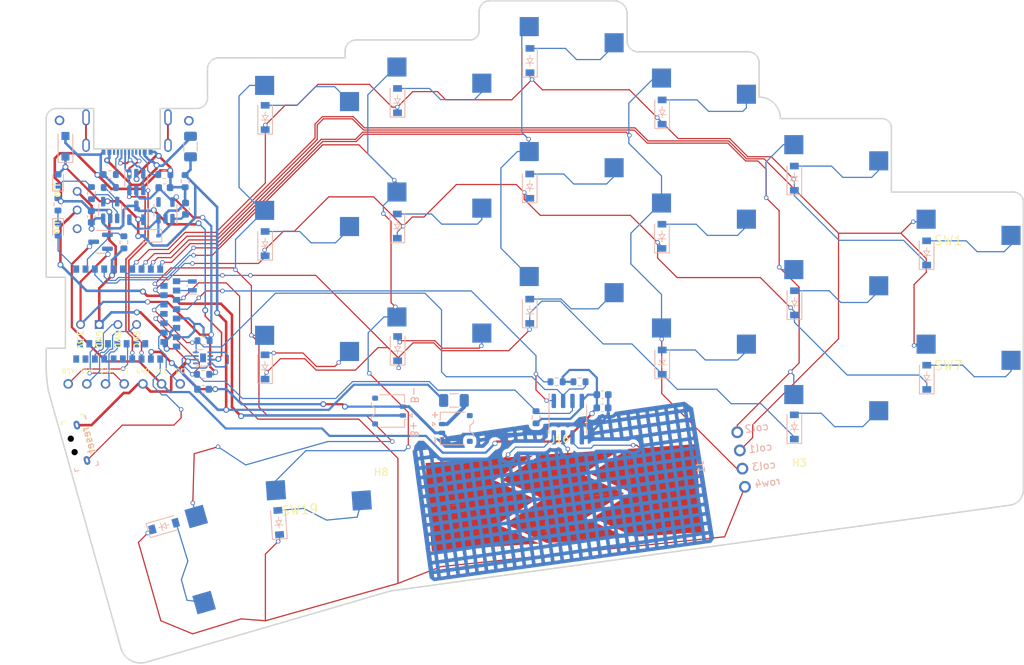
<source format=kicad_pcb>
(kicad_pcb (version 20211014) (generator pcbnew)
  (layers (0 "F.Cu" signal) (31 "B.Cu" signal) (34 "B.Paste" user) (35 "F.Paste" user) (36 "B.SilkS" user "B.Silkscreen") (37 "F.SilkS" user "F.Silkscreen") (38 "B.Mask" user) (39 "F.Mask" user) (44 "Edge.Cuts" user))
  (net 0 "")
  (net 1 "/mcu/VRAW")
  (net 2 "GND")
  (net 3 "Net-(D1-Pad2)")
  (net 4 "Net-(D2-Pad2)")
  (net 5 "Net-(D3-Pad2)")
  (net 6 "Net-(D4-Pad2)")
  (net 7 "Net-(D5-Pad2)")
  (net 8 "Net-(D6-Pad2)")
  (net 9 "Net-(D7-Pad2)")
  (net 10 "Net-(D8-Pad2)")
  (net 11 "Net-(D9-Pad2)")
  (net 12 "Net-(D10-Pad2)")
  (net 13 "Net-(D11-Pad2)")
  (net 14 "Net-(D12-Pad2)")
  (net 15 "Net-(D14-Pad2)")
  (net 16 "Net-(D15-Pad2)")
  (net 17 "Net-(D16-Pad2)")
  (net 18 "Net-(D17-Pad2)")
  (net 19 "/mcu/VBUS")
  (net 20 "Net-(C2-Pad1)")
  (net 21 "/mcu/nRF_VDD")
  (net 22 "/mcu/VBAT")
  (net 23 "Net-(SW19-Pad2)")
  (net 24 "/VCC")
  (net 25 "/keyboard/ROW_1")
  (net 26 "/keyboard/ROW_2")
  (net 27 "/keyboard/ROW_3")
  (net 28 "Net-(D18-Pad2)")
  (net 29 "/mcu/BLUE_LED")
  (net 30 "Net-(F1-Pad2)")
  (net 31 "Net-(F2-Pad2)")
  (net 32 "/keyboard/COL_1")
  (net 33 "/keyboard/COL_2")
  (net 34 "/keyboard/COL_3")
  (net 35 "/mcu/0.07{slash}hi")
  (net 36 "/mcu/0.22{slash}hi")
  (net 37 "/mcu/1.02")
  (net 38 "/mcu/1.04")
  (net 39 "/mcu/1.00{slash}hi")
  (net 40 "Net-(J12-PadA5)")
  (net 41 "/mcu/D+")
  (net 42 "/mcu/D-")
  (net 43 "Net-(J12-PadB5)")
  (net 44 "unconnected-(J12-PadS1)")
  (net 45 "Net-(J16-Pad1)")
  (net 46 "Net-(J16-Pad2)")
  (net 47 "Net-(J16-Pad3)")
  (net 48 "/mcu/VCC_CTRL")
  (net 49 "Net-(R6-Pad2)")
  (net 50 "Net-(R7-Pad1)")
  (net 51 "/mcu/SDA")
  (net 52 "/mcu/SCL")
  (net 53 "/touchbar/INT")
  (net 54 "/COL5")
  (net 55 "/keyboard/COL_6")
  (net 57 "/mcu/RESET")
  (net 60 "Net-(U1-Pad13)")
  (net 61 "Net-(U1-Pad11)")
  (net 62 "/mcu/0.20{slash}hi")
  (net 63 "/mcu/0.12{slash}hi")
  (net 65 "/mcu/0.15{slash}hi")
  (net 66 "/mcu/0.17{slash}hi")
  (net 67 "/mcu/SWD")
  (net 68 "/mcu/SWC")
  (net 69 "/mcu/1.06")
  (net 70 "/mcu/0.10{slash}nfc")
  (net 73 "/mcu/0.24")
  (net 74 "/mcu/0.13")
  (net 75 "/ROW4")
  (net 76 "/keyboard/COL_4")
  (net 77 "/mcu/0.09{slash}nfc")
  (net 78 "Net-(D20-Pad2)")
  (net 79 "Net-(D23-Pad1)")
  (net 80 "Net-(D24-Pad1)")
  (footprint "mylib:Kailh_Choc_Hotplug" (layer "F.Cu") (at 127.878745 68.031463)
    (fp_text reference "SW11" hide)
    (fp_text value "SW_PUSH-kbd" hide)
  )
  (footprint "mylib:Kailh_Choc_Hotplug" (layer "F.Cu") (at 92.484 111.02 -74)
    (fp_text reference "SW20" hide)
    (fp_text value "SW_PUSH-kbd" hide)
  )
  (footprint "mylib:Conn_Display_MountHole" (layer "F.Cu") (at 87.5 88.19)
    (fp_text reference "J9" hide)
    (fp_text value "Conn_Display_general")
  )
  (footprint "mylib:Kailh_Choc_Hotplug" (layer "F.Cu") (at 145.878745 62.531463)
    (fp_text reference "SW10" hide)
    (fp_text value "SW_PUSH-kbd" hide)
  )
  (footprint "mylib:Kailh_Choc_Hotplug" (layer "F.Cu") (at 111.818939 108.366061 4)
    (fp_text reference "SW19")
    (fp_text value "SW_PUSH-kbd" hide)
  )
  (footprint "MountingHole:MountingHole_3.2mm_M3_DIN965" (layer "F.Cu") (at 179.352 105.686)
    (fp_text reference "H3")
    (fp_text value "MountingHole")
  )
  (footprint "mylib:Kailh_Choc_Hotplug" (layer "F.Cu") (at 145.878745 45.531463)
    (fp_text reference "SW4" hide)
    (fp_text value "SW_PUSH-kbd" hide)
  )
  (footprint "mylib:TouchSlider-3_36x12mm" (layer "F.Cu") (at 147.3 103.658272 4)
    (fp_text reference "J16")
    (fp_text value "Conn_01x03_Male")
  )
  (footprint "mylib:Kailh_Choc_Hotplug" (layer "F.Cu") (at 163.878745 86.531463)
    (fp_text reference "SW15" hide)
    (fp_text value "SW_PUSH-kbd" hide)
  )
  (footprint "mylib:Kailh_Choc_Hotplug" (layer "F.Cu") (at 181.878745 61.592)
    (fp_text reference "SW2" hide)
    (fp_text value "SW_PUSH-kbd" hide)
  )
  (footprint "mylib:Kailh_Choc_Hotplug" (layer "F.Cu") (at 109.878745 70.531463)
    (fp_text reference "SW12" hide)
    (fp_text value "SW_PUSH-kbd" hide)
  )
  (footprint "mylib:Kailh_Choc_Hotplug" (layer "F.Cu") (at 199.878745 71.736537)
    (fp_text reference "SW1")
    (fp_text value "SW_PUSH-kbd" hide)
  )
  (footprint "Connector_PinHeader_2.54mm:PinHeader_1x04_P2.54mm_Vertical" (layer "F.Cu") (at 89.184 80.116 -90)
    (fp_text reference "J11" hide)
    (fp_text value "Conn_01x04_Female")
  )
  (footprint "MountingHole:MountingHole_3.2mm_M3_DIN965" (layer "F.Cu") (at 136.804 43.066)
    (fp_text reference "H6" hide)
    (fp_text value "MountingHole")
  )
  (footprint "mylib:Kailh_Choc_Hotplug" (layer "F.Cu") (at 127.878745 51.031463)
    (fp_text reference "SW5" hide)
    (fp_text value "SW_PUSH-kbd" hide)
  )
  (footprint "mylib:SW_BSI10" (layer "F.Cu") (at 77.8 64.538 90)
    (fp_text reference "SW_Bat1" hide)
    (fp_text value "SW_Battery-kbd")
  )
  (footprint "mylib:Kailh_Choc_Hotplug" (layer "F.Cu") (at 109.878745 53.531463)
    (fp_text reference "SW6" hide)
    (fp_text value "SW_PUSH-kbd" hide)
  )
  (footprint "MountingHole:MountingHole_2mm" (layer "F.Cu") (at 122.456 103.4)
    (fp_text reference "H8")
    (fp_text value "MountingHole")
  )
  (footprint "mylib:Kailh_Choc_Hotplug" (layer "F.Cu") (at 163.878745 69.531463)
    (fp_text reference "SW9" hide)
    (fp_text value "SW_PUSH-kbd" hide)
  )
  (footprint "MountingHole:MountingHole_3.2mm_M3_DIN965" (layer "F.Cu") (at 138.994 91.686)
    (fp_text reference "H2" hide)
    (fp_text value "MountingHole")
  )
  (footprint "mylib:Kailh_Choc_Hotplug" (layer "F.Cu") (at 109.878745 87.531463)
    (fp_text reference "SW18" hide)
    (fp_text value "SW_PUSH-kbd" hide)
  )
  (footprint "MountingHole:MountingHole_3.2mm_M3_DIN965" (layer "F.Cu") (at 90.504 100.646)
    (fp_text reference "H1" hide)
    (fp_text value "MountingHole")
  )
  (footprint "mylib:Kailh_Choc_Hotplug" (layer "F.Cu") (at 145.878745 79.531463)
    (fp_text reference "SW16" hide)
    (fp_text value "SW_PUSH-kbd" hide)
  )
  (footprint "MountingHole:MountingHole_3.2mm_M3_DIN965" (layer "F.Cu") (at 191.174 80.226)
    (fp_text reference "H4" hide)
    (fp_text value "MountingHole")
  )
  (footprint "MountingHole:MountingHole_3.2mm_M3_DIN965" (layer "F.Cu") (at 173.934 52.036)
    (fp_text reference "H5" hide)
    (fp_text value "MountingHole")
  )
  (footprint "mylib:Kailh_Choc_Hotplug" (layer "F.Cu") (at 163.878745 52.531463)
    (fp_text reference "SW3" hide)
    (fp_text value "SW_PUSH-kbd" hide)
  )
  (footprint "mylib:Kailh_Choc_Hotplug" (layer "F.Cu") (at 181.878745 95.592)
    (fp_text reference "SW14" hide)
    (fp_text value "SW_PUSH-kbd" hide)
  )
  (footprint "mylib:Kailh_Choc_Hotplug" (layer "F.Cu") (at 199.878745 88.736537)
    (fp_text reference "SW7")
    (fp_text value "SW_PUSH-kbd" hide)
  )
  (footprint "mylib:Kailh_Choc_Hotplug" (layer "F.Cu") (at 127.878745 85.031463)
    (fp_text reference "SW17" hide)
    (fp_text value "SW_PUSH-kbd" hide)
  )
  (footprint "mylib:Kailh_Choc_Hotplug" (layer "F.Cu") (at 181.878745 78.592)
    (fp_text reference "SW8" hide)
    (fp_text value "SW_PUSH-kbd" hide)
  )
  (footprint "MountingHole:MountingHole_3.2mm_M3_DIN965" (layer "F.Cu") (at 101.034 45.986)
    (fp_text reference "H7" hide)
    (fp_text value "MountingHole")
  )
  (footprint "Resistor_SMD:R_0603_1608Metric" (layer "B.Cu") (at 98.235 86.89 180)
    (fp_text reference "R9" hide)
    (fp_text value "5.1k")
  )
  (footprint "mylib:Diode" (layer "B.Cu") (at 160.684 51.206 90)
    (fp_text reference "D3" hide)
    (fp_text value "1N4148W" hide)
  )
  (footprint "Fuse:Fuse_1206_3216Metric" (layer "B.Cu") (at 96.52 55.902 90)
    (fp_text reference "F1" hide)
    (fp_text value "500mA")
  )
  (footprint "mylib:Diode" (layer "B.Cu") (at 124.684 49.646 90)
    (fp_text reference "D5" hide)
    (fp_text value "1N4148W" hide)
  )
  (footprint "Resistor_SMD:R_0603_1608Metric" (layer "B.Cu") (at 146.332 87.906 180)
    (fp_text reference "R12" hide)
    (fp_text value "10k")
  )
  (footprint "mylib:Diode" (layer "B.Cu") (at 196.694 87.296537 90)
    (fp_text reference "D7" hide)
    (fp_text value "1N4148W" hide)
  )
  (footprint "mylib:Diode" (layer "B.Cu") (at 106.68 51.942 90)
    (fp_text reference "D6" hide)
    (fp_text value "1N4148W" hide)
  )
  (footprint "Capacitor_SMD:C_0603_1608Metric" (layer "B.Cu") (at 95.844 64.356 90)
    (fp_text reference "C2" hide)
    (fp_text value "10u")
  )
  (footprint "mylib:Diode" (layer "B.Cu") (at 196.674 70.376537 90)
    (fp_text reference "D1" hide)
    (fp_text value "1N4148W" hide)
  )
  (footprint "Resistor_SMD:R_0603_1608Metric" (layer "B.Cu") (at 143.538 92.732 90)
    (fp_text reference "R10" hide)
    (fp_text value "10k")
  )
  (footprint "mylib:nrfmicro_USB-C_C168688" (layer "B.Cu") (at 87.878743 56.221463 180)
    (fp_text reference "J12" hide)
    (fp_text value "USB-C USB 2.0 MC-372")
  )
  (footprint "mylib:Diode" (layer "B.Cu") (at 106.674 69.106 90)
    (fp_text reference "D12" hide)
    (fp_text value "1N4148W" hide)
  )
  (footprint "mylib:Diode" (layer "B.Cu") (at 124.654 66.726 90)
    (fp_text reference "D11" hide)
    (fp_text value "1N4148W" hide)
  )
  (footprint "mylib:Diode" (layer "B.Cu") (at 160.694 85.226 90)
    (fp_text reference "D15" hide)
    (fp_text value "1N4148W" hide)
  )
  (footprint "Crystal:Crystal_SMD_MicroCrystal_CM9V-T1A-2Pin_1.6x1.0mm" (layer "B.Cu") (at 96.774 74.86 90)
    (fp_text reference "X1" hide)
    (fp_text value "32.768 kHz")
  )
  (footprint "Diode_SMD:D_SOD-123F" (layer "B.Cu") (at 79.504 55.8585 90)
    (fp_text reference "D25" hide)
    (fp_text value "SMF9.0CA")
  )
  (footprint "mylib:MAX17048-TDFN-8-1EP_2x2mm_P0.5mm_EP0.8x1.2mm" (layer "B.Cu") (at 98.226 84.65 180)
    (fp_text reference "U4" hide)
    (fp_text value "MAX17048")
  )
  (footprint "Resistor_SMD:R_0603_1608Metric" (layer "B.Cu") (at 85.534 61.476)
    (fp_text reference "R7" hide)
    (fp_text value "5K")
  )
  (footprint "mylib:Diode" (layer "B.Cu") (at 124.704 83.386 90)
    (fp_text reference "D17" hide)
    (fp_text value "1N4148W" hide)
  )
  (footprint "mylib:JST_ACH_BM02B-ACHSS-GAN-ETF_1x02-1MP_P1.20mm_Vertical" (layer "B.Cu") (at 132.616 94.256 -90)
    (fp_text reference "WirelessCharger1" hide)
    (fp_text value "Conn_01x02_Female" hide)
  )
  (footprint "Capacitor_SMD:C_0603_1608Metric" (layer "B.Cu") (at 92.964 61.49)
    (fp_text reference "C3" hide)
    (fp_text value "4.7u")
  )
  (footprint "Capacitor_SMD:C_0603_1608Metric" (layer "B.Cu") (at 152.584 89.656)
    (fp_text reference "C15" hide)
    (fp_text value "1uF")
  )
  (footprint "mylib:E73-2G4M08S1C-52840" (layer "B.Cu") (at 95 78.69 180)
    (fp_text reference "U1" hide)
    (fp_text value "E73-2G4M08S1C" hide)
  )
  (footprint "LED_SMD:LED_0603_1608Metric" (layer "B.Cu") (at 78.5 67.19 -90)
    (fp_text reference "D23" hide)
    (fp_text value "BLUE")
  )
  (footprint "Capacitor_SMD:C_0603_1608Metric" (layer "B.Cu") (at 83.034 65.446 90)
    (fp_text reference "C4" hide)
    (fp_text value "0.1u")
  )
  (footprint "Package_TO_SOT_SMD:SOT-23-5" (layer "B.Cu") (at 93.114 64.586 90)
    (fp_text reference "U3" hide)
    (fp_text value "XC6220B331MR-G")
  )
  (footprint "mylib:Diode" (layer "B.Cu") (at 178.674 94.046537 90)
    (fp_text reference "D14" hide)
    (fp_text value "1N4148W" hide)
  )
  (footprint "mylib:Diode" (layer "B.Cu") (at 108.524 107.046 94)
    (fp_text reference "D19" hide)
    (fp_text value "1N4148W" hide)
  )
  (footprint "Capacitor_SMD:C_0603_1608Metric" (layer "B.Cu") (at 98.236 88.922)
    (fp_text reference "C1" hide)
    (fp_text value "4.7u")
  )
  (footprint "Resistor_SMD:R_0603_1608Metric" (layer "B.Cu") (at 149.443 87.906)
    (fp_text reference "R11" hide)
    (fp_text value "10k")
  )
  (footprint "Resistor_SMD:R_0603_1608Metric" (layer "B.Cu") (at 92.964 59.712 180)
    (fp_text reference "R2" hide)
    (fp_text value "5.1K")
  )
  (footprint "mylib:SW_Reset_vertical" (layer "B.Cu") (at 79.677489 96.796 -74)
    (fp_text reference "SW_Reset1" hide)
    (fp_text value "SW_RESET-kbd")
  )
  (footprint "Package_TO_SOT_SMD:SOT-23" (layer "B.Cu") (at 89.154 64.916 90)
    (fp_text reference "Q1" hide)
    (fp_text value "AO3407")
  )
  (footprint "Resistor_SMD:R_0603_1608Metric" (layer "B.Cu") (at 78.486 63.776 90)
    (fp_text reference "R4" hide)
    (fp_text value "1K")
  )
  (footprint "mylib:JST_ACH_BM02B-ACHSS-GAN-ETF_1x02-1MP_P1.20mm_Vertical" (layer "B.Cu") (at 123.534 91.886 90)
    (fp_text reference "Bat_main1" hide)
    (fp_text value "Conn_Battery_solderable")
  )
  (footprint "Fuse:Fuse_1206_3216Metric" (layer "B.Cu") (at 132.362 90.446)
    (fp_text reference "F2" hide)
    (fp_text value "500mA")
  )
  (footprint "mylib:Diode" (layer "B.Cu") (at 142.674 61.286 90)
    (fp_text reference "D10" hide)
    (fp_text value "1N4148W" hide)
  )
  (footprint "Resistor_SMD:R_0603_1608Metric" (layer "B.Cu") (at 95.784 60.606 -90)
    (fp_text reference "R3" hide)
    (fp_text value "100K")
  )
  (footprint "Resistor_SMD:R_0603_1608Metric" (layer "B.Cu") (at 85.534 59.712 180)
    (fp_text reference "R1" hide)
    (fp_text value "5.1K")
  )
  (footprint "mylib:Diode" (layer "B.Cu") (at 142.674 78.306 90)
    (fp_text reference "D16" hide)
    (fp_text value "1N4148W" hide)
  )
  (footprint "Package_TO_SOT_SMD:SOT-23" (layer "B.Cu") (at 84.284 68.856 180)
    (fp_text reference "Q2" hide)
    (fp_text value "AO3407")
  )
  (footprint "mylib:SRV05-4" (layer "B.Cu") (at 89.144 60.728 -90)
    (fp_text reference "U2" hide)
    (fp_text value "SRV05-4")
  )
  (footprint "mylib:Diode" (layer "B.Cu") (at 178.694 77.166537 90)
    (fp_text reference "D8" hide)
    (fp_text value "1N4148W" hide)
  )
  (footprint "Package_TO_SOT_SMD:SOT-23-5" (layer "B.Cu") (at 85.594 64.526 90)
    (fp_text reference "U5" hide)
    (fp_text value "TP4054")
  )
  (footprint "Resistor_SMD:R_0603_1608Metric" (layer "B.Cu") (at 83.044 62.236 -90)
    (fp_text reference "R6" hide)
    (fp_text value "1K")
  )
  (footprint "mylib:Diode" (layer "B.Cu") (at 160.664 68.116 90)
    (fp_text reference "D9" hide)
    (fp_text value "1N4148W" hide)
  )
  (footprint "Resistor_SMD:R_0603_1608Metric" (layer "B.Cu") (at 87.454 68.926 -90)
    (fp_text reference "R5" hide)
    (fp_text value "2M")
  )
  (footprint "Resistor_SMD:R_0603_1608Metric" (layer "B.Cu") (at 98.298 82.318 180)
    (fp_text reference "R8" hide)
    (fp_text value "5.1k")
  )
  (footprint "mylib:Diode" (layer "B.Cu") (at 106.654 85.886 90)
    (fp_text reference "D18" hide)
    (fp_text value "1N4148W" hide)
  )
  (footprint "LED_SMD:LED_0603_1608Metric" (layer "B.Cu") (at 78.5 60.474 90)
    (fp_text reference "D24" hide)
    (fp_text value "RED")
  )
  (footprint "mylib:Diode" (layer "B.Cu") (at 92.924 107.536 16)
    (fp_text reference "D20" hide)
    (fp_text value "1N4148W" hide)
  )
  (footprint "mylib:Diode" (layer "B.Cu") (at 178.674 60.206537 90)
    (fp_text reference "D2" hide)
    (fp_text value "1N4148W" hide)
  )
  (footprint "Package_SO:SOIC-8_3.9x4.9mm_P1.27mm" (layer "B.Cu") (at 147.856 92.986 -90)
    (fp_text reference "U8" hide)
    (fp_text value "CAP1203")
  )
  (footprint "Diode_SMD:D_SOD-323" (layer "B.Cu") (at 91.104 68.046 180)
    (fp_text reference "D22" hide)
    (fp_text value "BAT60B")
  )
  (footprint "Capacitor_SMD:C_0603_1608Metric" (layer "B.Cu") (at 152.574 91.456)
    (fp_text reference "C14" hide)
    (fp_text value "0.1uF")
  )
  (footprint "mylib:Diode" (layer "B.Cu") (at 142.704 44.196 90)
    (fp_text reference "D4" hide)
    (fp_text value "1N4148W" hide)
  )
  (footprint "mylib:Magnetic-PogoPin-1x04-Female" (layer "B.Cu") (at 171.434 98.483835 -82)
    (fp_text reference "J1")
    (fp_text value "expantion1")
  )
  (gr_line (start 157.328743 43.006463) (end 172.378743 43.006463) (layer "Edge.Cuts") (width 0.2))
  (gr_arc (start 154.233743 36.061463) (mid 155.438805 36.621321) (end 155.928743 37.856463) (layer "Edge.Cuts") (width 0.2))
  (gr_arc (start 98.834 45.3) (mid 99.284338 44.283557) (end 100.3 43.831463) (layer "Edge.Cuts") (width 0.2))
  (gr_line (start 176.778743 52.092) (end 190.528743 52.092) (layer "Edge.Cuts") (width 0.2))
  (gr_line (start 79.502 83.334) (end 76.878743 83.334) (layer "Edge.Cuts") (width 0.2))
  (gr_line (start 77.184 89.126) (end 87.104 124.346) (layer "Edge.Cuts") (width 0.2))
  (gr_arc (start 135.778938 37.54105) (mid 136.222437 36.490666) (end 137.278743 36.061463) (layer "Edge.Cuts") (width 0.2))
  (gr_arc (start 173.878743 49.167) (mid 175.93453 50.02889) (end 176.778743 52.092) (layer "Edge.Cuts") (width 0.2))
  (gr_line (start 83.348743 56.221463) (end 92.398743 56.221463) (layer "Edge.Cuts") (width 0.2))
  (gr_line (start 79.502 73.682) (end 79.502 83.334) (layer "Edge.Cuts") (width 0.2))
  (gr_line (start 83.348743 50.723963) (end 83.348743 56.221463) (layer "Edge.Cuts") (width 0.2))
  (gr_line (start 97.378743 50.721463) (end 92.398743 50.723963) (layer "Edge.Cuts") (width 0.2))
  (gr_arc (start 172.378743 43.006463) (mid 173.439403 43.445803) (end 173.878743 44.506463) (layer "Edge.Cuts") (width 0.2))
  (gr_arc (start 77.184 89.126) (mid 76.933638 87.070231) (end 76.878743 85) (layer "Edge.Cuts") (width 0.2))
  (gr_line (start 119.158999 41.4) (end 134.628743 41.4) (layer "Edge.Cuts") (width 0.2))
  (gr_line (start 191.878743 53.367) (end 191.878743 62.086532) (layer "Edge.Cuts") (width 0.2))
  (gr_arc (start 98.834 49.168) (mid 98.44816 50.264913) (end 97.378743 50.721463) (layer "Edge.Cuts") (width 0.2))
  (gr_line (start 173.878743 44.506463) (end 173.878743 49.167) (layer "Edge.Cuts") (width 0.2))
  (gr_line (start 123.704 116.376) (end 90.714 125.986) (layer "Edge.Cuts") (width 0.2))
  (gr_line (start 76.878743 83.334) (end 76.878743 85) (layer "Edge.Cuts") (width 0.2))
  (gr_arc (start 190.528743 52.092) (mid 191.467805 52.449905) (end 191.878743 53.367) (layer "Edge.Cuts") (width 0.2))
  (gr_line (start 137.278743 36.061463) (end 154.233743 36.061463) (layer "Edge.Cuts") (width 0.2))
  (gr_arc (start 90.714 125.986) (mid 88.569345 125.913655) (end 87.104 124.346) (layer "Edge.Cuts") (width 0.2))
  (gr_line (start 123.704 116.376) (end 208.1918 104.669987) (layer "Edge.Cuts") (width 0.2))
  (gr_line (start 155.928743 37.856463) (end 155.928743 41.426) (layer "Edge.Cuts") (width 0.2))
  (gr_arc (start 117.550501 42.856384) (mid 118.053123 41.795061) (end 119.158999 41.4) (layer "Edge.Cuts") (width 0.2))
  (gr_line (start 76.878743 73.682) (end 76.878743 51.971463) (layer "Edge.Cuts") (width 0.2))
  (gr_line (start 98.834 49.168) (end 98.834 45.3) (layer "Edge.Cuts") (width 0.2))
  (gr_line (start 191.878743 62.086532) (end 208.308 62.086532) (layer "Edge.Cuts") (width 0.2))
  (gr_arc (start 209.831984 102.535003) (mid 209.388821 103.892068) (end 208.1918 104.669987) (layer "Edge.Cuts") (width 0.2))
  (gr_line (start 117.550501 43.831463) (end 117.550501 42.856384) (layer "Edge.Cuts") (width 0.2))
  (gr_line (start 209.832 63.346537) (end 209.831984 102.535003) (layer "Edge.Cuts") (width 0.2))
  (gr_line (start 92.398743 56.221463) (end 92.398743 50.723963) (layer "Edge.Cuts") (width 0.2))
  (gr_line (start 83.348743 50.723963) (end 78.378743 50.721463) (layer "Edge.Cuts") (width 0.2))
  (gr_arc (start 76.878743 51.971463) (mid 77.381918 51.050273) (end 78.378743 50.721463) (layer "Edge.Cuts") (width 0.2))
  (gr_line (start 135.778743 40.1) (end 135.778743 37.541063) (layer "Edge.Cuts") (width 0.2))
  (gr_line (start 76.878743 73.682) (end 79.502 73.682) (layer "Edge.Cuts") (width 0.2))
  (gr_arc (start 208.308 62.086532) (mid 209.330956 62.400904) (end 209.832 63.346537) (layer "Edge.Cuts") (width 0.2))
  (gr_arc (start 157.328743 43.006463) (mid 156.301419 42.506181) (end 155.928743 41.426) (layer "Edge.Cuts") (width 0.2))
  (gr_arc (start 135.778743 40.1) (mid 135.472982 40.988173) (end 134.628743 41.4) (layer "Edge.Cuts") (width 0.2))
  (gr_line (start 100.3 43.831463) (end 117.550501 43.831463) (layer "Edge.Cuts") (width 0.2))
  (segment (start 102.164 78.79) (end 102.164 91.341023) (width 0.35) (layer "F.Cu") (net 1))
  (segment (start 102.164 91.341023) (end 103.406 92.583023) (width 0.35) (layer "F.Cu") (net 1))
  (segment (start 79.766 65.838) (end 78.826 66.778) (width 0.35) (layer "F.Cu") (net 1))
  (segment (start 95.056 77.278) (end 100.652 77.278) (width 0.35) (layer "F.Cu") (net 1))
  (segment (start 79.8 65.838) (end 79.766 65.838) (width 0.35) (layer "F.Cu") (net 1))
  (segment (start 78.826 66.778) (end 78.826 71.978) (width 0.35) (layer "F.Cu") (net 1))
  (segment (start 81.1 64.538) (end 79.8 65.838) (width 0.35) (layer "F.Cu") (net 1))
  (segment (start 90.056 75.628) (end 90.636 76.208) (width 0.35) (layer "F.Cu") (net 1))
  (segment (start 100.652 77.278) (end 102.164 78.79) (width 0.35) (layer "F.Cu") (net 1))
  (segment (start 93.986 76.208) (end 95.056 77.278) (width 0.35) (layer "F.Cu") (net 1))
  (segment (start 90.636 76.208) (end 93.986 76.208) (width 0.35) (layer "F.Cu") (net 1))
  (via (at 103.406 92.583023) (size 0.8) (drill 0.5) (layers "F.Cu" "B.Cu") (net 1))
  (via (at 78.826 71.978) (size 0.8) (drill 0.5) (layers "F.Cu" "B.Cu") (net 1))
  (via (at 90.056 75.628) (size 0.8) (drill 0.5) (layers "F.Cu" "B.Cu") (net 1))
  (segment (start 82.376 75.528) (end 89.956 75.528) (width 0.35) (layer "B.Cu") (net 1))
  (segment (start 103.503023 92.486) (end 103.406 92.583023) (width 0.35) (layer "B.Cu") (net 1))
  (segment (start 89.956 75.528) (end 90.056 75.628) (width 0.35) (layer "B.Cu") (net 1))
  (segment (start 78.826 71.978) (end 82.376 75.528) (width 0.35) (layer "B.Cu") (net 1))
  (segment (start 125.409 92.486) (end 103.503023 92.486) (width 0.35) (layer "B.Cu") (net 1))
  (segment (start 89.901988 61.662012) (end 85.760012 61.662012) (width 0.35) (layer "F.Cu") (net 2))
  (segment (start 80.906 56.808) (end 83.856 59.758) (width 0.35) (layer "F.Cu") (net 2))
  (segment (start 93.286 82.028) (end 89.716 78.458) (width 0.35) (layer "F.Cu") (net 2))
  (segment (start 117.202 90.954) (end 117.534 91.286) (width 0.3) (layer "F.Cu") (net 2))
  (segment (start 89.716 78.458) (end 89.216 78.458) (width 0.35) (layer "F.Cu") (net 2))
  (segment (start 95.532 86.912) (end 97.526 88.906) (width 0.3) (layer "F.Cu") (net 2))
  (segment (start 78.883 60.965) (end 78.056 60.138) (width 0.35) (layer "F.Cu") (net 2))
  (segment (start 83.049775 93.800225) (end 81.055108 93.800225) (width 0.35) (layer "F.Cu") (net 2))
  (segment (start 92.406 59.158) (end 89.901988 61.662012) (width 0.35) (layer "F.Cu") (net 2))
  (segment (start 95.996 85.128) (end 96.176 85.128) (width 0.35) (layer "F.Cu") (net 2))
  (segment (start 94.466 83.418) (end 96.176 85.128) (width 0.2) (layer "F.Cu") (net 2))
  (segment (start 93.894 87.23) (end 95.996 85.128) (width 0.35) (layer "F.Cu") (net 2))
  (segment (start 114.582 90.954) (end 117.202 90.954) (width 0.3) (layer "F.Cu") (net 2))
  (segment (start 78.056 60.138) (end 78.056 57.518) (width 0.35) (layer "F.Cu") (net 2))
  (segment (start 78.766 56.808) (end 80.906 56.808) (width 0.35) (layer "F.Cu") (net 2))
  (segment (start 86.336 69.478) (end 86.336 72.943998) (width 0.35) (layer "F.Cu") (net 2))
  (segment (start 92.202 57.172) (end 91.812 57.172) (width 0.35) (layer "F.Cu") (net 2))
  (segment (start 93.672511 89.229489) (end 93.894 89.008) (width 0.35) (layer "F.Cu") (net 2))
  (segment (start 93.766 59.158) (end 92.406 59.158) (width 0.35) (layer "F.Cu") (net 2))
  (segment (start 95.532 85.772) (end 95.532 86.912) (width 0.3) (layer "F.Cu") (net 2))
  (segment (start 86.336 72.943998) (end 85.851998 73.428) (width 0.35) (layer "F.Cu") (net 2))
  (segment (start 96.176 85.128) (end 95.532 85.772) (width 0.3) (layer "F.Cu") (net 2))
  (segment (start 84.104 75.176) (end 84.104 80.116) (width 0.35) (layer "F.Cu") (net 2))
  (segment (start 87.424 89.426) (end 83.049775 93.800225) (width 0.35) (layer "F.Cu") (net 2))
  (segment (start 85.852 73.428) (end 84.104 75.176) (width 0.35) (layer "F.Cu") (net 2))
  (segment (start 93.894 89.008) (end 93.894 87.23) (width 0.35) (layer "F.Cu") (net 2))
  (segment (start 93.286 83.418) (end 94.466 83.418) (width 0.2) (layer "F.Cu") (net 2))
  (segment (start 90.04 88.19) (end 91.079489 89.229489) (width 0.35) (layer "F.Cu") (net 2))
  (segment (start 91.079489 89.229489) (end 93.672511 89.229489) (width 0.35) (layer "F.Cu") (net 2))
  (segment (start 78.056 57.518) (end 78.766 56.808) (width 0.35) (layer "F.Cu") (net 2))
  (segment (start 85.760012 61.662012) (end 83.856 59.758) (width 0.35) (layer "F.Cu") (net 2))
  (segment (start 91.812 57.172) (end 89.186 59.798) (width 0.35) (layer "F.Cu") (net 2))
  (segment (start 90.04 88.19) (end 89.4 88.19) (width 0.35) (layer "F.Cu") (net 2))
  (segment (start 93.286 83.418) (end 93.286 82.028) (width 0.35) (layer "F.Cu") (net 2))
  (segment (start 89.186 59.798) (end 89.186 60.338) (width 0.35) (layer "F.Cu") (net 2))
  (segment (start 92.202 57.172) (end 93.766 58.736) (width 0.35) (layer "F.Cu") (net 2))
  (segment (start 93.766 58.736) (end 93.766 59.158) (width 0.35) (layer "F.Cu") (net 2))
  (segment (start 78.883 63.348) (end 78.883 60.965) (width 0.35) (layer "F.Cu") (net 2))
  (segment (start 89.4 88.19) (end 88.164 89.426) (width 0.35) (layer "F.Cu") (net 2))
  (segment (start 85.476 68.618) (end 86.336 69.478) (width 0.35) (layer "F.Cu") (net 2))
  (segment (start 97.526 88.906) (end 99.884 88.906) (width 0.3) (layer "F.Cu") (net 2))
  (segment (start 85.476 64.768) (end 85.476 68.618) (width 0.35) (layer "F.Cu") (net 2))
  (segment (start 88.164 89.426) (end 87.424 89.426) (width 0.35) (layer "F.Cu") (net 2))
  (via (at 85.851998 73.428) (size 0.8) (drill 0.5) (layers "F.Cu" "B.Cu") (net 2))
  (via (at 92.202 57.172) (size 0.8) (drill 0.5) (layers "F.Cu" "B.Cu") (net 2))
  (via (at 99.884 88.906) (size 0.8) (drill 0.5) (layers "F.Cu" "B.Cu") (net 2))
  (via (at 117.534 91.286) (size 0.8) (drill 0.5) (layers "F.Cu" "B.Cu") (net 2))
  (via (at 89.186 60.338) (size 0.8) (drill 0.5) (layers "F.Cu" "B.Cu") (net 2))
  (via (at 83.856 59.758) (size 0.8) (drill 0.5) (layers "F.Cu" "B.Cu") (net 2))
  (via (at 93.766 59.158) (size 0.8) (drill 0.5) (layers "F.Cu" "B.Cu") (net 2))
  (via (at 78.883 63.348) (size 0.8) (drill 0.5) (layers "F.Cu" "B.Cu") (net 2))
  (via (at 96.176 85.128) (size 0.8) (drill 0.5) (layers "F.Cu" "B.Cu") (net 2))
  (via (at 114.582 90.954) (size 0.8) (drill 0.5) (layers "F.Cu" "B.Cu") (net 2))
  (via (at 89.216 78.458) (size 0.8) (drill 0.5) (layers "F.Cu" "B.Cu") (net 2))
  (via (at 93.286 83.418) (size 0.8) (drill 0.5) (layers "F.Cu" "B.Cu") (net 2))
  (via (at 85.476 64.768) (size 0.8) (drill 0.5) (layers "F.Cu" "B.Cu") (net 2))
  (segment (start 153.349 92.481) (end 153.349 91.456) (width 0.35) (layer "B.Cu") (net 2))
  (segment (start 96.176 85.528) (end 96.176 85.128) (width 0.2) (layer "B.Cu") (net 2))
  (segment (start 79.504 55.404) (end 81.095983 56.995983) (width 0.35) (layer "B.Cu") (net 2))
  (segment (start 101.178 83.9) (end 101.628 84.35) (width 0.2) (layer "B.Cu") (net 2))
  (segment (start 153.349 91.456) (end 153.349 89.666) (width 0.35) (layer "B.Cu") (net 2))
  (segment (start 99.2135 83.9) (end 101.178 83.9) (width 0.2) (layer "B.Cu") (net 2))
  (segment (start 83.902 59.712) (end 83.856 59.758) (width 0.35) (layer "B.Cu") (net 2))
  (segment (start 95.784 61.431) (end 93.798 61.431) (width 0.35) (layer "B.Cu") (net 2))
  (segment (start 101.628 85.366) (end 101.12 85.874) (width 0.2) (layer "B.Cu") (net 2))
  (segment (start 133.632 95.018) (end 132.87 95.78) (width 0.35) (layer "B.Cu") (net 2))
  (segment (start 103.462 90.954) (end 114.582 90.954) (width 0.3) (layer "B.Cu") (net 2))
  (segment (start 85.762 78.458) (end 89.216 78.458) (width 0.35) (layer "B.Cu") (net 2))
  (segment (start 84.709 59.712) (end 84.309223 59.312223) (width 0.35) (layer "B.Cu") (net 2))
  (segment (start 96.404 84.9) (end 96.176 85.128) (width 0.2) (layer "B.Cu") (net 2))
  (segment (start 95.784 61.431) (end 95.784 63.521) (width 0.35) (layer "B.Cu") (net 2))
  (segment (start 99.884 88.906) (end 101.414 88.906) (width 0.3) (layer "B.Cu") (net 2))
  (segment (start 86.05 72.571) (end 86.05 73.229998) (width 0.2) (layer "B.Cu") (net 2))
  (segment (start 145.584 93.616) (end 144.182 95.018) (width 0.35) (layer "B.Cu") (net 2))
  (segment (start 99.942 85.874) (end 99.468 85.4) (width 0.2) (layer "B.Cu") (net 2))
  (segment (start 86.05 73.229998) (end 85.851998 73.428) (width 0.2) (layer "B.Cu") (net 2))
  (segment (start 96.676 86.028) (end 96.176 85.528) (width 0.2) (layer "B.Cu") (net 2))
  (segment (start 84.309223 56.995983) (end 84.683743 56.621463) (width 0.35) (layer "B.Cu") (net 2))
  (segment (start 86.359 61.362) (end 84.709 59.712) (width 0.35) (layer "B.Cu") (net 2))
  (segment (start 92.908 83.04) (end 93.286 83.418) (width 0.35) (layer "B.Cu") (net 2))
  (segment (start 98.5855 86.028) (end 96.676 86.028) (width 0.2) (layer "B.Cu") (net 2))
  (segment (start 83.167 64.538) (end 85.246 64.538) (width 0.35) (layer "B.Cu") (net 2))
  (segment (start 84.104 80.116) (end 85.762 78.458) (width 0.35) (layer "B.Cu") (net 2))
  (segment (start 84.709 59.712) (end 83.902 59.712) (width 0.35) (layer "B.Cu") (net 2))
  (segment (start 101.414 88.906) (end 103.462 90.954) (width 0.3) (layer "B.Cu") (net 2))
  (segment (start 85.594 64.886) (end 85.476 64.768) (width 0.35) (layer "B.Cu") (net 2))
  (segment (start 93.008 82.477) (end 93.774 81.711) (width 0.35) (layer "B.Cu") (net 2))
  (segment (start 101.628 84.35) (end 101.628 85.366) (width 0.2) (layer "B.Cu") (net 2))
  (segment (start 93.114 65.07) (end 93.114 65.7235) (width 0.35) (layer "B.Cu") (net 2))
  (segment (start 97.2385 84.9) (end 96.404 84.9) (width 0.2) (layer "B.Cu") (net 2))
  (segment (start 149.761 95.461) (end 150.369 95.461) (width 0.35) (layer "B.Cu") (net 2))
  (segment (start 125.434 91.286) (end 117.534 91.286) (width 0.3) (layer "B.Cu") (net 2))
  (segment (start 89.144 59.5905) (end 89.144 60.296) (width 0.35) (layer "B.Cu") (net 2))
  (segment (start 81.095983 56.995983) (end 84.309223 56.995983) (width 0.35) (layer "B.Cu") (net 2))
  (segment (start 92.908 82.477) (end 92.908 83.04) (width 0.35) (layer "B.Cu") (net 2))
  (segment (start 84.309223 59.312223) (end 84.309223 56.995983) (width 0.35) (layer "B.Cu") (net 2))
  (segment (start 99.942 85.874) (end 101.12 85.874) (width 0.2) (layer "B.Cu") (net 2))
  (segment (start 95.844 63.581) (end 94.807 64.618) (width 0.35) (layer "B.Cu") (net 2))
  (segment (start 99.2135 85.4) (end 98.5855 86.028) (width 0.2) (layer "B.Cu") (net 2))
  (segment (start 85.851998 71.353002) (end 85.851998 73.428) (width 0.35) (layer "B.Cu") (net 2))
  (segment (start 93.566 64.618) (end 93.114 65.07) (width 0.35) (layer "B.Cu") (net 2))
  (segment (start 149.761 94.203) (end 149.174 93.616) (width 0.35) (layer "B.Cu") (net 2))
  (segment (start 129.804 94.856) (end 126.234 91.286) (width 0.4) (layer "B.Cu") (net 2))
  (segment (start 93.789 59.181) (end 93.766 59.158) (width 0.35) (layer "B.Cu") (net 2))
  (segment (start 130.741 94.856) (end 131.665 95.78) (width 0.4) (layer "B.Cu") (net 2))
  (segment (start 94.807 64.618) (end 93.566 64.618) (width 0.35) (layer "B.Cu") (net 2))
  (segment (start 91.083743 56.621463) (end 91.651463 56.621463) (width 0.35) (layer "B.Cu") (net 2))
  (segment (start 87.454 69.751) (end 85.851998 71.353002) (width 0.35) (layer "B.Cu") (net 2))
  (segment (start 93.774 81.711) (end 93.774 81.175978) (width 0.35) (layer "B.Cu") (net 2))
  (segment (start 144.182 95.018) (end 133.632 95.018) (width 0.35) (layer "B.Cu") (net 2))
  (segment (start 81.711 63.348) (end 78.883 63.348) (width 0.35) (layer "B.Cu") (net 2))
  (segment (start 78.883 63.348) (end 78.486 62.951) (width 0.35) (layer "B.Cu") (net 2))
  (segment (start 93.789 61.44) (end 93.789 59.181) (width 0.35) (layer "B.Cu") (net 2))
  (segment (start 149.761 95.461) (end 149.761 94.203) (width 0.35) (layer "B.Cu") (net 2))
  (segment (start 99.0435 88.906) (end 99.884 88.906) (width 0.3) (layer "B.Cu") (net 2))
  (segment (start 85.594 65.6635) (end 85.594 64.886) (width 0.35) (layer "B.Cu") (net 2))
  (segment (start 89.144 60.296) (end 89.186 60.338) (width 0.35) (layer "B.Cu") (net 2))
  (segment (start 130.741 94.856) (end 129.804 94.856) (width 0.4) (layer "B.Cu") (net 2))
  (segment (start 85.246 64.538) (end 85.476 64.768) (width 0.35) (layer "B.Cu") (net 2))
  (segment (start 83.034 64.671) (end 81.711 63.348) (width 0.35) (layer "B.Cu") (net 2))
  (segment (start 91.651463 56.621463) (end 92.202 57.172) (width 0.35) (layer "B.Cu") (net 2))
  (segment (start 79.504 54.4585) (end 79.504 55.404) (width 0.35) (layer "B.Cu") (net 2))
  (segment (start 126.234 91.286) (end 125.434 91.286) (width 0.4) (layer "B.Cu") (net 2))
  (segment (start 93.774 81.175978) (end 94.379978 80.57) (width 0.35) (layer "B.Cu") (net 2))
  (segment (start 149.174 93.616) (end 145.584 93.616) (width 0.35) (layer "B.Cu") (net 2))
  (segment (start 150.369 95.461) (end 153.349 92.481) (width 0.35) (layer "B.Cu") (net 2))
  (segment (start 131.665 95.78) (end 132.87 95.78) (width 0.4) (layer "B.Cu") (net 2))
  (segment (start 208.153745 69.266792) (end 208.153745 67.986537) (width 0.16) (layer "B.Cu") (net 3))
  (segment (start 203.544 70.206537) (end 207.214 70.206537) (width 0.16) (layer "B.Cu") (net 3))
  (segment (start 202.064 68.726537) (end 203.544 70.206537) (width 0.16) (layer "B.Cu") (net 3))
  (segment (start 207.214 70.206537) (end 208.153745 69.266792) (width 0.16) (layer "B.Cu") (net 3))
  (segment (start 196.674 68.726537) (end 202.064 68.726537) (width 0.16) (layer "B.Cu") (net 3))
  (segment (start 178.674 58.556537) (end 183.734 58.556537) (width 0.16) (layer "B.Cu") (net 4))
  (segment (start 183.734 58.556537) (end 185.274 60.096537) (width 0.16) (layer "B.Cu") (net 4))
  (segment (start 185.274 60.096537) (end 189.194 60.096537) (width 0.16) (layer "B.Cu") (net 4))
  (segment (start 190.153745 59.136792) (end 190.153745 57.842) (width 0.16) (layer "B.Cu") (net 4))
  (segment (start 189.194 60.096537) (end 190.153745 59.136792) (width 0.16) (layer "B.Cu") (net 4))
  (segment (start 160.684 49.556) (end 165.444 49.556) (width 0.16) (layer "B.Cu") (net 5))
  (segment (start 171.664 51.116) (end 172.153745 50.626255) (width 0.16) (layer "B.Cu") (net 5))
  (segment (start 165.444 49.556) (end 167.004 51.116) (width 0.16) (layer "B.Cu") (net 5))
  (segment (start 172.153745 50.626255) (end 172.153745 48.781463) (width 0.16) (layer "B.Cu") (net 5))
  (segment (start 167.004 51.116) (end 171.664 51.116) (width 0.16) (layer "B.Cu") (net 5))
  (segment (start 152.264 44.066) (end 154.153745 42.176255) (width 0.16) (layer "B.Cu") (net 6))
  (segment (start 149.044 44.066) (end 152.264 44.066) (width 0.16) (layer "B.Cu") (net 6))
  (segment (start 142.704 42.546) (end 147.524 42.546) (width 0.16) (layer "B.Cu") (net 6))
  (segment (start 147.524 42.546) (end 149.044 44.066) (width 0.16) (layer "B.Cu") (net 6))
  (segment (start 130.554 49.516) (end 135.124 49.516) (width 0.16) (layer "B.Cu") (net 7))
  (segment (start 124.684 47.996) (end 129.034 47.996) (width 0.16) (layer "B.Cu") (net 7))
  (segment (start 135.124 49.516) (end 136.153745 48.486255) (width 0.16) (layer "B.Cu") (net 7))
  (segment (start 129.034 47.996) (end 130.554 49.516) (width 0.16) (layer "B.Cu") (net 7))
  (segment (start 110.998 50.292) (end 113.538 47.752) (width 0.16) (layer "B.Cu") (net 8))
  (segment (start 116.124282 47.752) (end 118.153745 49.781463) (width 0.16) (layer "B.Cu") (net 8))
  (segment (start 106.68 50.292) (end 110.998 50.292) (width 0.16) (layer "B.Cu") (net 8))
  (segment (start 113.538 47.752) (end 116.124282 47.752) (width 0.16) (layer "B.Cu") (net 8))
  (segment (start 196.694 85.646537) (end 201.584 85.646537) (width 0.16) (layer "B.Cu") (net 9))
  (segment (start 208.153745 86.476792) (end 208.153745 84.986537) (width 0.16) (layer "B.Cu") (net 9))
  (segment (start 207.414 87.216537) (end 208.153745 86.476792) (width 0.16) (layer "B.Cu") (net 9))
  (segment (start 203.154 87.216537) (end 207.414 87.216537) (width 0.16) (layer "B.Cu") (net 9))
  (segment (start 201.584 85.646537) (end 203.154 87.216537) (width 0.16) (layer "B.Cu") (net 9))
  (segment (start 185.004 77.116537) (end 188.614 77.116537) (width 0.16) (layer "B.Cu") (net 10))
  (segment (start 183.404 75.516537) (end 185.004 77.116537) (width 0.16) (layer "B.Cu") (net 10))
  (segment (start 188.614 77.116537) (end 190.153745 75.576792) (width 0.16) (layer "B.Cu") (net 10))
  (segment (start 178.694 75.516537) (end 183.404 75.516537) (width 0.16) (layer "B.Cu") (net 10))
  (segment (start 170.944 67.986) (end 172.153745 66.776255) (width 0.16) (layer "B.Cu") (net 11))
  (segment (start 166.844 67.986) (end 170.944 67.986) (width 0.16) (layer "B.Cu") (net 11))
  (segment (start 165.324 66.466) (end 166.844 67.986) (width 0.16) (layer "B.Cu") (net 11))
  (segment (start 160.664 66.466) (end 165.324 66.466) (width 0.16) (layer "B.Cu") (net 11))
  (segment (start 153.124 60.996) (end 154.153745 59.966255) (width 0.16) (layer "B.Cu") (net 12))
  (segment (start 148.664 60.996) (end 153.124 60.996) (width 0.16) (layer "B.Cu") (net 12))
  (segment (start 142.674 59.636) (end 147.304 59.636) (width 0.16) (layer "B.Cu") (net 12))
  (segment (start 147.304 59.636) (end 148.664 60.996) (width 0.16) (layer "B.Cu") (net 12))
  (segment (start 129.314 65.076) (end 130.694 66.456) (width 0.16) (layer "B.Cu") (net 13))
  (segment (start 135.544 66.456) (end 136.153745 65.846255) (width 0.16) (layer "B.Cu") (net 13))
  (segment (start 130.694 66.456) (end 135.544 66.456) (width 0.16) (layer "B.Cu") (net 13))
  (segment (start 136.153745 65.846255) (end 136.153745 64.281463) (width 0.16) (layer "B.Cu") (net 13))
  (segment (start 124.654 65.076) (end 129.314 65.076) (width 0.16) (layer "B.Cu") (net 13))
  (segment (start 106.674 67.456) (end 111.384 67.456) (width 0.16) (layer "B.Cu") (net 14))
  (segment (start 116.249638 68.996) (end 118.074175 67.171463) (width 0.16) (layer "B.Cu") (net 14))
  (segment (start 112.924 68.996) (end 116.249638 68.996) (width 0.16) (layer "B.Cu") (net 14))
  (segment (start 111.384 67.456) (end 112.924 68.996) (width 0.16) (layer "B.Cu") (net 14))
  (segment (start 184.154 94.006537) (end 187.989208 94.006537) (width 0.16) (layer "B.Cu") (net 15))
  (segment (start 187.989208 94.006537) (end 190.153745 91.842) (width 0.16) (layer "B.Cu") (net 15))
  (segment (start 182.332 92.184537) (end 184.154 94.006537) (width 0.16) (layer "B.Cu") (net 15))
  (segment (start 178.886 92.184537) (end 182.332 92.184537) (width 0.16) (layer "B.Cu") (net 15))
  (segment (start 165.194 83.576) (end 166.554 84.936) (width 0.16) (layer "B.Cu") (net 16))
  (segment (start 166.554 84.936) (end 170.974 84.936) (width 0.16) (layer "B.Cu") (net 16))
  (segment (start 170.974 84.936) (end 172.153745 83.756255) (width 0.16) (layer "B.Cu") (net 16))
  (segment (start 160.694 83.576) (end 165.194 83.576) (width 0.16) (layer "B.Cu") (net 16))
  (segment (start 146.964489 76.646489) (end 148.294 77.976) (width 0.16) (layer "B.Cu") (net 17))
  (segment (start 142.683511 76.646489) (end 146.964489 76.646489) (width 0.16) (layer "B.Cu") (net 17))
  (segment (start 151.959208 77.976) (end 154.153745 75.781463) (width 0.16) (layer "B.Cu") (net 17))
  (segment (start 148.294 77.976) (end 151.959208 77.976) (width 0.16) (layer "B.Cu") (net 17))
  (segment (start 130.784 83.336) (end 135.774 83.336) (width 0.16) (layer "F.Cu") (net 18))
  (segment (start 124.994 82.506) (end 125.184 82.316) (width 0.16) (layer "F.Cu") (net 18))
  (segment (start 129.764 82.316) (end 130.784 83.336) (width 0.16) (layer "F.Cu") (net 18))
  (segment (start 135.774 83.336) (end 136.094 83.016) (width 0.16) (layer "F.Cu") (net 18))
  (segment (start 125.184 82.316) (end 129.764 82.316) (width 0.16) (layer "F.Cu") (net 18))
  (via (at 124.994 82.506) (size 0.6) (drill 0.4) (layers "F.Cu" "B.Cu") (net 18))
  (via (at 136.094 83.016) (size 0.6) (drill 0.4) (layers "F.Cu" "B.Cu") (net 18))
  (segment (start 124.714 82.226) (end 124.714 81.408) (width 0.16) (layer "B.Cu") (net 18))
  (segment (start 136.153745 82.956255) (end 136.094 83.016) (width 0.16) (layer "B.Cu") (net 18))
  (segment (start 124.994 82.506) (end 124.714 82.226) (width 0.16) (layer "B.Cu") (net 18))
  (segment (start 136.153745 81.281463) (end 136.153745 82.956255) (width 0.16) (layer "B.Cu") (net 18))
  (segment (start 92.456 83.842) (end 93.98 85.366) (width 0.35) (layer "F.Cu") (net 19))
  (segment (start 101.374 79.766) (end 101.374 91.716) (width 0.35) (layer "F.Cu") (net 19))
  (segment (start 84.1555 63.338) (end 85.236 63.338) (width 0.3) (layer "F.Cu") (net 19))
  (segment (start 86.938 63.338) (end 85.236 63.338) (width 0.35) (layer "F.Cu") (net 19))
  (segment (start 100.144 78.536) (end 101.374 79.766) (width 0.35) (layer "F.Cu") (net 19))
  (segment (start 89.408 68.094) (end 89.408 65.808) (width 0.35) (layer "F.Cu") (net 19))
  (segment (start 89.408 65.808) (end 86.938 63.338) (width 0.35) (layer "F.Cu") (net 19))
  (segment (start 79.502 58.6845) (end 84.1555 63.338) (width 0.3) (layer "F.Cu") (net 19))
  (segment (start 91.186 83.842) (end 92.456 83.842) (width 0.35) (layer "F.Cu") (net 19))
  (via (at 89.408 65.808) (size 0.8) (drill 0.5) (layers "F.Cu" "B.Cu") (net 19))
  (via (at 101.374 91.716) (size 0.8) (drill 0.5) (layers "F.Cu" "B.Cu") (net 19))
  (via (at 93.98 85.366) (size 0.8) (drill 0.5) (layers "F.Cu" "B.Cu") (net 19))
  (via (at 89.408 68.094) (size 0.8) (drill 0.5) (layers "F.Cu" "B.Cu") (net 19))
  (via (at 79.502 58.6845) (size 0.8) (drill 0.5) (layers "F.Cu" "B.Cu") (net 19))
  (via (at 85.236 63.338) (size 0.8) (drill 0.5) (layers "F.Cu" "B.Cu") (net 19))
  (via (at 91.186 83.842) (size 0.8) (drill 0.5) (layers "F.Cu" "B.Cu") (net 19))
  (via (at 100.144 78.536) (size 0.8) (drill 0.5) (layers "F.Cu" "B.Cu") (net 19))
  (segment (start 97.461 88.922) (end 100.255 91.716) (width 0.35) (layer "B.Cu") (net 19))
  (segment (start 95.784 59.781) (end 100.144 64.141) (width 0.35) (layer "B.Cu") (net 19))
  (segment (start 100.255 91.716) (end 101.374 91.716) (width 0.35) (layer "B.Cu") (net 19))
  (segment (start 100.144 64.141) (end 100.144 78.536) (width 0.35) (layer "B.Cu") (net 19))
  (segment (start 91.13 83.898) (end 91.13 84.809) (width 0.35) (layer "B.Cu") (net 19))
  (segment (start 84.644 63.3885) (end 85.1855 63.3885) (width 0.3) (layer "B.Cu") (net 19))
  (segment (start 97.114 61.116) (end 97.166 61.168) (width 0.35) (layer "B.Cu") (net 19))
  (segment (start 89.456 68.046) (end 89.408 68.094) (width 0.35) (layer "B.Cu") (net 19))
  (segment (start 97.166 61.168) (end 97.166 65.578) (width 0.35) (layer "B.Cu") (net 19))
  (segment (start 96.52 59.045) (end 95.784 59.781) (width 0.35) (layer "B.Cu") (net 19))
  (segment (start 118.754 88.306) (end 115.344 91.716) (width 0.3) (layer "B.Cu") (net 19))
  (segment (start 79.502 57.2605) (end 79.502 58.6845) (width 0.35) (layer "B.Cu") (net 19))
  (segment (start 91.372 69.364) (end 90.054 68.046) (width 0.35) (layer "B.Cu") (net 19))
  (segment (start 93.38 69.364) (end 91.372 69.364) (width 0.35) (layer "B.Cu") (net 19))
  (segment (start 130.962 90.446) (end 128.822 88.306) (width 0.3) (layer "B.Cu") (net 19))
  (segment (start 96.52 57.302) (end 96.52 59.045) (width 0.35) (layer "B.Cu") (net 19))
  (segment (start 85.1855 63.3885) (end 85.236 63.338) (width 0.3) (layer "B.Cu") (net 19))
  (segment (start 94.074 85.366) (end 93.98 85.366) (width 0.35) (layer "B.Cu") (net 19))
  (segment (start 91.186 83.842) (end 91.13 83.898) (width 0.35) (layer "B.Cu") (net 19))
  (segment (start 128.822 88.306) (end 118.754 88.306) (width 0.3) (layer "B.Cu") (net 19))
  (segment (start 90.054 68.046) (end 89.456 68.046) (width 0.35) (layer "B.Cu") (net 19))
  (segment (start 97.461 88.753) (end 94.074 85.366) (width 0.35) (layer "B.Cu") (net 19))
  (segment (start 89.408 65.808) (end 90.0585 65.808) (width 0.35) (layer "B.Cu") (net 19))
  (segment (start 79.502 58.6845) (end 78.5 59.6865) (width 0.35) (layer "B.Cu") (net 19))
  (segment (start 97.166 65.578) (end 93.38 69.364) (width 0.35) (layer "B.Cu") (net 19))
  (segment (start 115.344 91.716) (end 101.374 91.716) (width 0.3) (layer "B.Cu") (net 19))
  (segment (start 89.154001 67.078001) (end 89.407999 67.078001) (width 0.3) (layer "B.Cu") (net 20))
  (segment (start 88.204 66.128) (end 89.154001 67.078001) (width 0.3) (layer "B.Cu") (net 20))
  (segment (start 95.2515 65.7235) (end 94.064 65.7235) (width 0.3) (layer "B.Cu") (net 20))
  (segment (start 92.164 65.7235) (end 90.8095 67.078) (width 0.3) (layer "B.Cu") (net 20))
  (segment (start 95.844 65.131) (end 95.2515 65.7235) (width 0.3) (layer "B.Cu") (net 20))
  (segment (start 89.408 67.078) (end 89.407999 67.078001) (width 0.16) (layer "B.Cu") (net 20))
  (segment (start 92.154 65.7335) (end 92.154 68.046) (width 0.3) (layer "B.Cu") (net 20))
  (segment (start 90.8095 67.078) (end 89.408 67.078) (width 0.3) (layer "B.Cu") (net 20))
  (segment (start 94.064 66.28) (end 92.298 68.046) (width 0.3) (layer "B.Cu") (net 20))
  (segment (start 85.286 70.558) (end 81.564 74.28) (width 0.3) (layer "F.Cu") (net 21))
  (segment (start 99.196 85.878) (end 99.196 81.654) (width 0.3) (layer "F.Cu") (net 21))
  (segment (start 96.915408 65.555638) (end 98.170045 65.555638) (width 0.3) (layer "F.Cu") (net 21))
  (segment (start 99.196 81.654) (end 99.354 81.496) (width 0.3) (layer "F.Cu") (net 21))
  (segment (start 97.814 81.496) (end 99.354 81.496) (width 0.3) (layer "F.Cu") (net 21))
  (segment (start 81.564 74.28) (end 81.564 80.116) (width 0.3) (layer "F.Cu") (net 21))
  (segment (start 94.596 62.758) (end 94.596 63.23623) (width 0.3) (layer "F.Cu") (net 21))
  (segment (start 99.924 86.606) (end 99.196 85.878) (width 0.3) (layer "F.Cu") (net 21))
  (segment (start 93.356 77.038) (end 97.814 81.496) (width 0.3) (layer "F.Cu") (net 21))
  (segment (start 90.686 77.038) (end 93.356 77.038) (width 0.3) (layer "F.Cu") (net 21))
  (segment (start 94.596 63.23623) (end 96.915408 65.555638) (width 0.3) (layer "F.Cu") (net 21))
  (via (at 99.354 81.496) (size 0.7) (drill 0.5) (layers "F.Cu" "B.Cu") (net 21))
  (via (at 85.286 70.558) (size 0.7) (drill 0.5) (layers "F.Cu" "B.Cu") (net 21))
  (via (at 99.924 86.606) (size 0.7) (drill 0.5) (layers "F.Cu" "B.Cu") (net 21))
  (via (at 90.686 77.038) (size 0.7) (drill 0.5) (layers "F.Cu" "B.Cu") (net 21))
  (via (at 94.596 62.758) (size 0.7) (drill 0.5) (layers "F.Cu" "B.Cu") (net 21))
  (via (at 98.170045 65.555638) (size 0.7) (drill 0.5) (layers "F.Cu" "B.Cu") (net 21))
  (segment (start 94.064 63.4485) (end 94.596 62.9165) (width 0.3) (layer "B.Cu") (net 21))
  (segment (start 99.123 82.318) (end 99.123 81.727) (width 0.3) (layer "B.Cu") (net 21))
  (segment (start 94.596 62.9165) (end 94.596 62.758) (width 0.3) (layer "B.Cu") (net 21))
  (segment (start 99.64 86.89) (end 99.924 86.606) (width 0.3) (layer "B.Cu") (net 21))
  (segment (start 99.123 81.727) (end 99.354 81.496) (width 0.3) (layer "B.Cu") (net 21))
  (segment (start 96.236 81.84) (end 94.619 81.84) (width 0.3) (layer "B.Cu") (net 21))
  (segment (start 89.616 62.968) (end 89.144 62.496) (width 0.3) (layer "B.Cu") (net 21))
  (segment (start 98.170045 65.555638) (end 99.354 66.739593) (width 0.3) (layer "B.Cu") (net 21))
  (segment (start 94.064 63.365) (end 92.189 61.49) (width 0.3) (layer "B.Cu") (net 21))
  (segment (start 98.298 80.54) (end 97.79 80.032) (width 0.3) (layer "B.Cu") (net 21))
  (segment (start 97.028 80.032) (end 97.028 81.048) (width 0.3) (layer "B.Cu") (net 21))
  (segment (start 96.266 79.27) (end 97.028 80.032) (width 0.3) (layer "B.Cu") (net 21))
  (segment (start 81.564 80.116) (end 84.642 77.038) (width 0.3) (layer "B.Cu") (net 21))
  (segment (start 91.006 62.968) (end 89.616 62.968) (width 0.3) (layer "B.Cu") (net 21))
  (segment (start 89.144 62.496) (end 89.144 61.8655) (width 0.3) (layer "B.Cu") (net 21))
  (segment (start 85.2215 69.806) (end 85.2215 70.4935) (width 0.3) (layer "B.Cu") (net 21))
  (segment (start 97.028 81.048) (end 96.236 81.84) (width 0.3) (layer "B.Cu") (net 21))
  (segment (start 85.2215 70.4935) (end 85.286 70.558) (width 0.3) (layer "B.Cu") (net 21))
  (segment (start 98.298 81.556) (end 98.298 80.54) (width 0.3) (layer "B.Cu") (net 21))
  (segment (start 84.642 77.038) (end 90.686 77.038) (width 0.3) (layer "B.Cu") (net 21))
  (segment (start 97.79 80.032) (end 97.028 80.032) (width 0.3) (layer "B.Cu") (net 21))
  (segment (start 94.649 79.27) (end 96.266 79.27) (width 0.3) (layer "B.Cu") (net 21))
  (segment (start 92.189 61.785) (end 91.006 62.968) (width 0.3) (layer "B.Cu") (net 21))
  (segment (start 99.354 66.739593) (end 99.354 81.496) (width 0.3) (layer "B.Cu") (net 21))
  (segment (start 99.06 86.89) (end 99.64 86.89) (width 0.3) (layer "B.Cu") (net 21))
  (segment (start 99.06 82.318) (end 98.298 81.556) (width 0.3) (layer "B.Cu") (net 21))
  (segment (start 98.526 78.988) (end 98.526 78.176) (width 0.2) (layer "F.Cu") (net 22))
  (segment (start 91.526 64.548) (end 93.458511 66.480511) (width 0.35) (layer "F.Cu") (net 22))
  (segment (start 81.1 61.998) (end 83.066 63.964) (width 0.35) (layer "F.Cu") (net 22))
  (segment (start 100.316 84.798) (end 100.746 84.368) (width 0.2) (layer "F.Cu") (net 22))
  (segment (start 97.466454 66.480511) (end 97.618465 66.3285) (width 0.35) (layer "F.Cu") (net 22))
  (segment (start 83.066 63.964) (end 83.066 67.078) (width 0.35) (layer "F.Cu") (net 22))
  (segment (start 100.746 81.208) (end 98.526 78.988) (width 0.2) (layer "F.Cu") (net 22))
  (segment (start 93.458511 66.480511) (end 97.466454 66.480511) (width 0.35) (layer "F.Cu") (net 22))
  (segment (start 100.746 84.368) (end 100.746 81.208) (width 0.2) (layer "F.Cu") (net 22))
  (via (at 83.066 67.078) (size 0.8) (drill 0.5) (layers "F.Cu" "B.Cu") (net 22))
  (via (at 97.618465 66.3285) (size 0.8) (drill 0.5) (layers "F.Cu" "B.Cu") (net 22))
  (via (at 98.526 78.176) (size 0.8) (drill 0.5) (layers "F.Cu" "B.Cu") (net 22))
  (via (at 91.526 64.548) (size 0.8) (drill 0.5) (layers "F.Cu" "B.Cu") (net 22))
  (via (at 100.316 84.798) (size 0.8) (drill 0.5) (layers "F.Cu" "B.Cu") (net 22))
  (segment (start 89.476 64.648) (end 91.426 64.648) (width 0.35) (layer "B.Cu") (net 22))
  (segment (start 87.9855 63.9785) (end 87.366 64.598) (width 0.35) (layer "B.Cu") (net 22))
  (segment (start 89.154 63.9785) (end 87.9855 63.9785) (width 0.35) (layer "B.Cu") (net 22))
  (segment (start 98.526 67.236035) (end 98.526 78.176) (width 0.2) (layer "B.Cu") (net 22))
  (segment (start 83.5915 65.6635) (end 83.034 66.221) (width 0.35) (layer "B.Cu") (net 22))
  (segment (start 91.426 64.648) (end 91.526 64.548) (width 0.35) (layer "B.Cu") (net 22))
  (segment (start 99.2135 84.9) (end 99.2135 84.4) (width 0.25) (layer "B.Cu") (net 22))
  (segment (start 87.366 64.598) (end 87.366 66.598) (width 0.35) (layer "B.Cu") (net 22))
  (segment (start 86.936 67.028) (end 85.336 67.028) (width 0.35) (layer "B.Cu") (net 22))
  (segment (start 97.618465 66.3285) (end 98.526 67.236035) (width 0.2) (layer "B.Cu") (net 22))
  (segment (start 84.644 66.336) (end 84.644 65.6635) (width 0.35) (layer "B.Cu") (net 22))
  (segment (start 100.214 84.9) (end 100.316 84.798) (width 0.2) (layer "B.Cu") (net 22))
  (segment (start 89.476 64.3005) (end 89.476 64.648) (width 0.35) (layer "B.Cu") (net 22))
  (segment (start 84.644 65.6635) (end 83.5915 65.6635) (width 0.35) (layer "B.Cu") (net 22))
  (segment (start 85.336 67.028) (end 84.644 66.336) (width 0.35) (layer "B.Cu") (net 22))
  (segment (start 83.034 67.046) (end 83.066 67.078) (width 0.35) (layer "B.Cu") (net 22))
  (segment (start 83.034 66.221) (end 83.034 67.046) (width 0.35) (layer "B.Cu") (net 22))
  (segment (start 89.154 63.9785) (end 89.476 64.3005) (width 0.35) (layer "B.Cu") (net 22))
  (segment (start 87.366 66.598) (end 86.936 67.028) (width 0.35) (layer "B.Cu") (net 22))
  (segment (start 99.2135 84.9) (end 100.214 84.9) (width 0.25) (layer "B.Cu") (net 22))
  (segment (start 108.408902 105.400019) (end 111.924 105.136) (width 0.16) (layer "B.Cu") (net 23))
  (segment (start 115.034 106.726) (end 119.204 106.316) (width 0.16) (layer "B.Cu") (net 23))
  (segment (start 119.204 106.316) (end 119.812195 104.047961) (width 0.16) (layer "B.Cu") (net 23))
  (segment (start 111.924 105.136) (end 115.034 106.726) (width 0.16) (layer "B.Cu") (net 23))
  (segment (start 85.026 85.138) (end 89.528 85.138) (width 0.3) (layer "F.Cu") (net 24))
  (segment (start 80.376 71.898) (end 82.776 69.498) (width 0.3) (layer "F.Cu") (net 24))
  (segment (start 137.95 96.288) (end 138.204 96.034) (width 0.3) (layer "F.Cu") (net 24))
  (segment (start 147.348 96.034) (end 151.158 92.224) (width 0.3) (layer "F.Cu") (net 24))
  (segment (start 80.376 80.488) (end 80.376 71.898) (width 0.3) (layer "F.Cu") (net 24))
  (segment (start 138.204 96.034) (end 147.348 96.034) (width 0.3) (layer "F.Cu") (net 24))
  (segment (start 85.026 85.138) (end 80.376 80.488) (width 0.3) (layer "F.Cu") (net 24))
  (segment (start 92.58 88.19) (end 89.528 85.138) (width 0.3) (layer "F.Cu") (net 24))
  (via (at 151.158 92.224) (size 0.7) (drill 0.5) (layers "F.Cu" "B.Cu") (net 24))
  (via (at 82.776 69.498) (size 0.7) (drill 0.5) (layers "F.Cu" "B.Cu") (net 24))
  (via (at 137.95 96.288) (size 0.7) (drill 0.5) (layers "F.Cu" "B.Cu") (net 24))
  (segment (start 93.694489 89.304489) (end 96.358629 89.304489) (width 0.3) (layer "B.Cu") (net 24))
  (segment (start 114.417773 94.256) (end 115.429226 95.267453) (width 0.3) (layer "B.Cu") (net 24))
  (segment (start 144.248234 92.956) (end 148.194 92.956) (width 0.3) (layer "B.Cu") (net 24))
  (segment (start 151.158 92.224) (end 151.158 92.097) (width 0.3) (layer "B.Cu") (net 24))
  (segment (start 92.58 88.19) (end 93.694489 89.304489) (width 0.3) (layer "B.Cu") (net 24))
  (segment (start 136.68 97.558) (end 137.95 96.288) (width 0.3) (layer "B.Cu") (net 24))
  (segment (start 101.31014 94.256) (end 114.417773 94.256) (width 0.3) (layer "B.Cu") (net 24))
  (segment (start 148.194 92.956) (end 149.761 91.389) (width 0.3) (layer "B.Cu") (net 24))
  (segment (start 115.429226 95.267453) (end 128.547453 95.267453) (width 0.3) (layer "B.Cu") (net 24))
  (segment (start 149.761 91.389) (end 149.761 90.511) (width 0.3) (layer "B.Cu") (net 24))
  (segment (start 128.547453 95.267453) (end 130.838 97.558) (width 0.3) (layer "B.Cu") (net 24))
  (segment (start 83.3465 68.856) (end 82.776 69.4265) (width 0.3) (layer "B.Cu") (net 24))
  (segment (start 96.358629 89.304489) (end 101.31014 94.256) (width 0.3) (layer "B.Cu") (net 24))
  (segment (start 150.616 89.656) (end 151.809 89.656) (width 0.3) (layer "B.Cu") (net 24))
  (segment (start 82.776 69.4265) (end 82.776 69.498) (width 0.3) (layer "B.Cu") (net 24))
  (segment (start 151.809 87.373154) (end 151.809 91.446) (width 0.3) (layer "B.Cu") (net 24))
  (segment (start 143.655669 93.548565) (end 144.248234 92.956) (width 0.3) (layer "B.Cu") (net 24))
  (segment (start 147.157 87.233) (end 148.094 86.296) (width 0.3) (layer "B.Cu") (net 24))
  (segment (start 151.158 92.097) (end 151.799 91.456) (width 0.3) (layer "B.Cu") (net 24))
  (segment (start 150.731846 86.296) (end 151.809 87.373154) (width 0.3) (layer "B.Cu") (net 24))
  (segment (start 149.761 90.511) (end 150.616 89.656) (width 0.3) (layer "B.Cu") (net 24))
  (segment (start 148.094 86.296) (end 150.731846 86.296) (width 0.3) (layer "B.Cu") (net 24))
  (segment (start 130.838 97.558) (end 136.68 97.558) (width 0.3) (layer "B.Cu") (net 24))
  (segment (start 147.157 87.906) (end 147.157 87.233) (width 0.3) (layer "B.Cu") (net 24))
  (segment (start 147.157 87.906) (end 148.618 87.906) (width 0.3) (layer "B.Cu") (net 24))
  (segment (start 175.542 57.280537) (end 178.59 60.328537) (width 0.16) (layer "F.Cu") (net 25))
  (segment (start 172.338 57.280537) (end 175.542 57.280537) (width 0.16) (layer "F.Cu") (net 25))
  (segment (start 126.764 48.426) (end 130.134 48.426) (width 0.16) (layer "F.Cu") (net 25))
  (segment (start 162.874 54.816) (end 169.873463 54.816) (width 0.16) (layer "F.Cu") (net 25))
  (segment (start 160.024 51.966) (end 156.234 48.176) (width 0.16) (layer "F.Cu") (net 25))
  (segment (start 89.154 71.65) (end 90.898 69.906) (width 0.16) (layer "F.Cu") (net 25))
  (segment (start 144.394 48.176) (end 142.994 46.776) (width 0.16) (layer "F.Cu") (net 25))
  (segment (start 93.466 69.906) (end 95.796 67.576) (width 0.16) (layer "F.Cu") (net 25))
  (segment (start 131.244 49.536) (end 140.234 49.536) (width 0.16) (layer "F.Cu") (net 25))
  (segment (start 111.044 50.266) (end 109.414 50.266) (width 0.16) (layer "F.Cu") (net 25))
  (segment (start 156.234 48.176) (end 144.394 48.176) (width 0.16) (layer "F.Cu") (net 25))
  (segment (start 99.987 67.576) (end 106.704 60.859) (width 0.16) (layer "F.Cu") (net 25))
  (segment (start 124.654 50.536) (end 126.764 48.426) (width 0.16) (layer "F.Cu") (net 25))
  (segment (start 106.704 60.859) (end 106.704 52.976) (width 0.16) (layer "F.Cu") (net 25))
  (segment (start 160.024 51.966) (end 162.874 54.816) (width 0.16) (layer "F.Cu") (net 25))
  (segment (start 124.654 50.536) (end 123.948 50.536) (width 0.16) (layer "F.Cu") (net 25))
  (segment (start 140.234 49.536) (end 142.994 46.776) (width 0.16) (layer "F.Cu") (net 25))
  (segment (start 95.796 67.576) (end 99.987 67.576) (width 0.16) (layer "F.Cu") (net 25))
  (segment (start 123.948 50.536) (end 120.848 47.436) (width 0.16) (layer "F.Cu") (net 25))
  (segment (start 120.848 47.436) (end 113.874 47.436) (width 0.16) (layer "F.Cu") (net 25))
  (segment (start 130.134 48.426) (end 131.244 49.536) (width 0.16) (layer "F.Cu") (net 25))
  (segment (start 109.414 50.266) (end 106.704 52.976) (width 0.16) (layer "F.Cu") (net 25))
  (segment (start 90.898 69.906) (end 93.466 69.906) (width 0.16) (layer "F.Cu") (net 25))
  (segment (start 113.874 47.436) (end 111.044 50.266) (width 0.16) (layer "F.Cu") (net 25))
  (segment (start 169.873463 54.816) (end 172.338 57.280537) (width 0.16) (layer "F.Cu") (net 25))
  (via (at 124.654 50.536) (size 0.6) (drill 0.4) (layers "F.Cu" "B.Cu") (net 25))
  (via (at 178.59 60.328537) (size 0.6) (drill 0.4) (layers "F.Cu" "B.Cu") (net 25))
  (via (at 142.994 46.776) (size 0.6) (drill 0.4) (layers "F.Cu" "B.Cu") (net 25))
  (via (at 89.154 71.65) (size 0.6) (drill 0.4) (layers "F.Cu" "B.Cu") (net 25))
  (via (at 160.024 51.966) (size 0.6) (drill 0.4) (layers "F.Cu" "B.Cu") (net 25))
  (via (at 106.704 52.976) (size 0.6) (drill 0.4) (layers "F.Cu" "B.Cu") (net 25))
  (segment (start 184.744 68.656537) (end 193.534 68.656537) (width 0.16) (layer "B.Cu") (net 25))
  (segment (start 124.654 50.536) (end 124.654 51.266) (width 0.16) (layer "B.Cu") (net 25))
  (segment (start 178.674 61.856537) (end 178.674 62.586537) (width 0.16) (layer "B.Cu") (net 25))
  (segment (start 88.59 72.214) (end 89.154 71.65) (width 0.16) (layer "B.Cu") (net 25))
  (segment (start 178.674 62.586537) (end 184.744 68.656537) (width 0.16) (layer "B.Cu") (net 25))
  (segment (start 142.704 45.846) (end 142.704 46.486) (width 0.16) (layer "B.Cu") (net 25))
  (segment (start 142.704 46.486) (end 142.994 46.776) (width 0.16) (layer "B.Cu") (net 25))
  (segment (start 178.59 60.328537) (end 178.674 60.412537) (width 0.16) (layer "B.Cu") (net 25))
  (segment (start 160.024 51.966) (end 160.684 52.626) (width 0.16) (layer "B.Cu") (net 25))
  (segment (start 193.534 68.656537) (end 196.674 71.796537) (width 0.16) (layer "B.Cu") (net 25))
  (segment (start 178.674 60.412537) (end 178.674 61.856537) (width 0.16) (layer "B.Cu") (net 25))
  (segment (start 106.704 52.976) (end 106.704 53.568) (width 0.16) (layer "B.Cu") (net 25))
  (segment (start 141.924 62.146) (end 140.844 61.066) (width 0.16) (layer "F.Cu") (net 26))
  (segment (start 160.074 71.076) (end 162.724 73.726) (width 0.16) (layer "F.Cu") (net 26))
  (segment (start 156.374 65.256) (end 144.104 65.256) (width 0.16) (layer "F.Cu") (net 26))
  (segment (start 140.844 61.066) (end 132.694 61.066) (width 0.16) (layer "F.Cu") (net 26))
  (segment (start 110.644 67.426) (end 115.324 62.746) (width 0.16) (layer "F.Cu") (net 26))
  (segment (start 105.774 71.806) (end 96.784 71.806) (width 0.16) (layer "F.Cu") (net 26))
  (segment (start 141.924 63.076) (end 141.924 62.146) (width 0.16) (layer "F.Cu") (net 26))
  (segment (start 160.054 68.936) (end 156.374 65.256) (width 0.16) (layer "F.Cu") (net 26))
  (segment (start 128.274 65.486) (end 126.704 65.486) (width 0.16) (layer "F.Cu") (net 26))
  (segment (start 106.604 69.976) (end 109.154 67.426) (width 0.16) (layer "F.Cu") (net 26))
  (segment (start 178.154 77.826537) (end 178.164 77.826537) (width 0.16) (layer "F.Cu") (net 26))
  (segment (start 106.604 69.976) (end 106.604 70.976) (width 0.16) (layer "F.Cu") (net 26))
  (segment (start 160.074 68.936) (end 160.074 71.076) (width 0.16) (layer "F.Cu") (net 26))
  (segment (start 174.053463 73.726) (end 178.154 77.826537) (width 0.16) (layer "F.Cu") (net 26))
  (segment (start 109.154 67.426) (end 110.644 67.426) (width 0.16) (layer "F.Cu") (net 26))
  (segment (start 132.694 61.066) (end 128.274 65.486) (width 0.16) (layer "F.Cu") (net 26))
  (segment (start 126.704 65.486) (end 125.444 66.746) (width 0.16) (layer "F.Cu") (net 26))
  (segment (start 160.074 68.936) (end 160.054 68.936) (width 0.16) (layer "F.Cu") (net 26))
  (segment (start 144.104 65.256) (end 141.924 63.076) (width 0.16) (layer "F.Cu") (net 26))
  (segment (start 115.324 62.746) (end 121.444 62.746) (width 0.16) (layer "F.Cu") (net 26))
  (segment (start 106.604 70.976) (end 105.774 71.806) (width 0.16) (layer "F.Cu") (net 26))
  (segment (start 162.724 73.726) (end 174.053463 73.726) (width 0.16) (layer "F.Cu") (net 26))
  (segment (start 121.444 62.746) (end 125.444 66.746) (width 0.16) (layer "F.Cu") (net 26))
  (via (at 125.444 66.746) (size 0.6) (drill 0.4) (layers "F.Cu" "B.Cu") (net 26))
  (via (at 160.074 68.936) (size 0.6) (drill 0.4) (layers "F.Cu" "B.Cu") (net 26))
  (via (at 178.164 77.826537) (size 0.6) (drill 0.4) (layers "F.Cu" "B.Cu") (net 26))
  (via (at 106.604 69.976) (size 0.6) (drill 0.4) (layers "F.Cu" "B.Cu") (net 26))
  (via (at 96.784 71.806) (size 0.6) (drill 0.4) (layers "F.Cu" "B.Cu") (net 26))
  (via (at 141.924 62.146) (size 0.6) (drill 0.4) (layers "F.Cu" "B.Cu") (net 26))
  (segment (start 86.915386 74.028) (end 93.491978 74.028) (width 0.16) (layer "B.Cu") (net 26))
  (segment (start 196.694 88.046537) (end 196.694 88.946537) (width 0.16) (layer "B.Cu") (net 26))
  (segment (start 178.694 78.356537) (end 178.164 77.826537) (width 0.16) (layer "B.Cu") (net 26))
  (segment (start 124.654 68.376) (end 124.654 67.536) (width 0.16) (layer "B.Cu") (net 26))
  (segment (start 83.51 73.372) (end 84.605012 74.467012) (width 0.16) (layer "B.Cu") (net 26))
  (segment (start 185.864 86.986537) (end 195.634 86.986537) (width 0.16) (layer "B.Cu") (net 26))
  (segment (start 178.694 78.816537) (end 178.694 78.356537) (width 0.16) (layer "B.Cu") (net 26))
  (segment (start 84.605012 74.467012) (end 86.476374 74.467012) (width 0.16) (layer "B.Cu") (net 26))
  (segment (start 83.51 72.571) (end 83.51 73.372) (width 0.16) (layer "B.Cu") (net 26))
  (segment (start 93.491978 74.028) (end 95.713978 71.806) (width 0.16) (layer "B.Cu") (net 26))
  (segment (start 141.924 62.186) (end 142.674 62.936) (width 0.16) (layer "B.Cu") (net 26))
  (segment (start 195.634 86.986537) (end 196.694 88.046537) (width 0.16) (layer "B.Cu") (net 26))
  (segment (start 86.476374 74.467012) (end 86.915386 74.028) (width 0.16) (layer "B.Cu") (net 26))
  (segment (start 178.694 79.816537) (end 185.864 86.986537) (width 0.16) (layer "B.Cu") (net 26))
  (segment (start 95.713978 71.806) (end 96.784 71.806) (width 0.16) (layer "B.Cu") (net 26))
  (segment (start 106.604 69.976) (end 106.604 70.686) (width 0.16) (layer "B.Cu") (net 26))
  (segment (start 124.654 67.536) (end 125.444 66.746) (width 0.16) (layer "B.Cu") (net 26))
  (segment (start 178.694 78.816537) (end 178.694 79.816537) (width 0.16) (layer "B.Cu") (net 26))
  (segment (start 160.074 68.936) (end 160.664 69.526) (width 0.16) (layer "B.Cu") (net 26))
  (segment (start 141.924 62.146) (end 141.924 62.186) (width 0.16) (layer "B.Cu") (net 26))
  (segment (start 142.654 80.846) (end 142.654 80.806) (width 0.16) (layer "F.Cu") (net 27))
  (segment (start 129.614 82.606) (end 130.684 83.676) (width 0.16) (layer "F.Cu") (net 27))
  (segment (start 108.744 84.766) (end 106.864733 86.645267) (width 0.16) (layer "F.Cu") (net 27))
  (segment (start 91.726 75.398) (end 93.696 73.428) (width 0.16) (layer "F.Cu") (net 27))
  (segment (start 118.963501 86.316499) (end 113.614499 86.316499) (width 0.16) (layer "F.Cu") (net 27))
  (segment (start 126.804 82.606) (end 129.614 82.606) (width 0.16) (layer "F.Cu") (net 27))
  (segment (start 124.844 86.016) (end 124.844 84.566) (width 0.16) (layer "F.Cu") (net 27))
  (segment (start 139.824 83.676) (end 142.654 80.846) (width 0.16) (layer "F.Cu") (net 27))
  (segment (start 93.696 73.428) (end 100.866 73.428) (width 0.16) (layer "F.Cu") (net 27))
  (segment (start 113.566 73.428) (end 104.676 73.428) (width 0.16) (layer "F.Cu") (net 27))
  (segment (start 112.064 84.766) (end 108.744 84.766) (width 0.16) (layer "F.Cu") (net 27))
  (segment (start 122.024 83.256) (end 118.963501 86.316499) (width 0.16) (layer "F.Cu") (net 27))
  (segment (start 124.844 84.706) (end 113.566 73.428) (width 0.16) (layer "F.Cu") (net 27))
  (segment (start 130.684 83.676) (end 139.824 83.676) (width 0.16) (layer "F.Cu") (net 27))
  (segment (start 123.414 83.256) (end 122.024 83.256) (width 0.16) (layer "F.Cu") (net 27))
  (segment (start 124.844 86.016) (end 124.844 84.706) (width 0.16) (layer "F.Cu") (net 27))
  (segment (start 124.844 84.566) (end 126.804 82.606) (width 0.16) (layer "F.Cu") (net 27))
  (segment (start 113.614499 86.316499) (end 112.064 84.766) (width 0.16) (layer "F.Cu") (net 27))
  (segment (start 124.824 84.666) (end 123.414 83.256) (width 0.16) (layer "F.Cu") (net 27))
  (via (at 106.864733 86.645267) (size 0.6) (drill 0.4) (layers "F.Cu" "B.Cu") (net 27))
  (via (at 91.726 75.398) (size 0.6) (drill 0.4) (layers "F.Cu" "B.Cu") (net 27))
  (via (at 142.654 80.806) (size 0.6) (drill 0.4) (layers "F.Cu" "B.Cu") (net 27))
  (via (at 104.676 73.428) (size 0.6) (drill 0.4) (layers "F.Cu" "B.Cu") (net 27))
  (via (at 100.866 73.428) (size 0.6) (drill 0.4) (layers "F.Cu" "B.Cu") (net 27))
  (via (at 124.844 86.016) (size 0.6) (drill 0.4) (layers "F.Cu" "B.Cu") (net 27))
  (segment (start 156.574 82.756) (end 160.694 86.876) (width 0.16) (layer "B.Cu") (net 27))
  (segment (start 106.68 87.248) (end 106.68 86.83) (width 0.16) (layer "B.Cu") (net 27))
  (segment (start 170.084 90.886) (end 174.134 90.886) (width 0.16) (layer "B.Cu") (net 27))
  (segment (start 160.694 86.876) (end 162.744 88.926) (width 0.16) (layer "B.Cu") (net 27))
  (segment (start 106.68 86.83) (end 106.864733 86.645267) (width 0.16) (layer "B.Cu") (net 27))
  (segment (start 142.654 80.806) (end 142.654 79.976) (width 0.16) (layer "B.Cu") (net 27))
  (segment (start 146.84457 76.936) (end 152.66457 82.756) (width 0.16) (layer "B.Cu") (net 27))
  (segment (start 142.674 79.956) (end 142.674 78.576) (width 0.16) (layer "B.Cu") (net 27))
  (segment (start 124.844 86.016) (end 124.824 85.996) (width 0.16) (layer "B.Cu") (net 27))
  (segment (start 152.66457 82.756) (end 156.574 82.756) (width 0.16) (layer "B.Cu") (net 27))
  (segment (start 174.134 90.886) (end 178.674 95.426) (width 0.16) (layer "B.Cu") (net 27))
  (segment (start 168.124 88.926) (end 170.084 90.886) (width 0.16) (layer "B.Cu") (net 27))
  (segment (start 104.676 73.428) (end 100.866 73.428) (width 0.16) (layer "B.Cu") (net 27))
  (segment (start 92.455 76.127) (end 91.726 75.398) (width 0.16) (layer "B.Cu") (net 27))
  (segment (start 144.314 76.936) (end 146.84457 76.936) (width 0.16) (layer "B.Cu") (net 27))
  (segment (start 142.674 78.576) (end 144.314 76.936) (width 0.16) (layer "B.Cu") (net 27))
  (segment (start 92.908 76.127) (end 92.455 76.127) (width 0.16) (layer "B.Cu") (net 27))
  (segment (start 124.824 85.996) (end 124.824 84.818) (width 0.16) (layer "B.Cu") (net 27))
  (segment (start 162.744 88.926) (end 168.124 88.926) (width 0.16) (layer "B.Cu") (net 27))
  (segment (start 116.164 85.816) (end 116.694 85.286) (width 0.16) (layer "F.Cu") (net 28))
  (segment (start 113.654 85.816) (end 116.164 85.816) (width 0.16) (layer "F.Cu") (net 28))
  (segment (start 111.824 83.986) (end 113.654 85.816) (width 0.16) (layer "F.Cu") (net 28))
  (segment (start 107.844 83.986) (end 111.824 83.986) (width 0.16) (layer "F.Cu") (net 28))
  (via (at 116.694 85.286) (size 0.6) (drill 0.4) (layers "F.Cu" "B.Cu") (net 28))
  (via (at 107.844 83.986) (size 0.6) (drill 0.4) (layers "F.Cu" "B.Cu") (net 28))
  (segment (start 118.153745 83.826255) (end 116.694 85.286) (width 0.16) (layer "B.Cu") (net 28))
  (segment (start 106.904 83.986) (end 107.844 83.986) (width 0.16) (layer "B.Cu") (net 28))
  (segment (start 106.654 84.236) (end 106.904 83.986) (width 0.16) (layer "B.Cu") (net 28))
  (segment (start 78.5 70.062) (end 80.97 72.532) (width 0.16) (layer "B.Cu") (net 29))
  (segment (start 78.5 67.9775) (end 78.5 70.062) (width 0.16) (layer "B.Cu") (net 29))
  (segment (start 88.500501 61.112501) (end 85.164 57.776) (width 0.35) (layer "F.Cu") (net 30))
  (segment (start 91.904 58.436) (end 91.904 58.87) (width 0.35) (layer "F.Cu") (net 30))
  (segment (start 91.904 58.87) (end 89.661499 61.112501) (width 0.35) (layer "F.Cu") (net 30))
  (segment (start 89.661499 61.112501) (end 88.500501 61.112501) (width 0.35) (layer "F.Cu") (net 30))
  (via (at 85.164 57.776) (size 0.8) (drill 0.4) (layers "F.Cu" "B.Cu") (net 30))
  (via (at 91.904 58.436) (size 0.8) (drill 0.5) (layers "F.Cu" "B.Cu") (net 30))
  (segment (start 92.744 58.506) (end 91.974 58.506) (width 0.35) (layer "B.Cu") (net 30))
  (segment (start 91.402 57.934) (end 91.904 58.436) (width 0.35) (layer "B.Cu") (net 30))
  (segment (start 92.744 58.506) (end 96.52 54.73) (width 0.35) (layer "B.Cu") (net 30))
  (segment (start 85.483743 57.456257) (end 85.483743 56.621463) (width 0.35) (layer "B.Cu") (net 30))
  (segment (start 91.077258 57.934) (end 91.402 57.934) (width 0.35) (layer "B.Cu") (net 30))
  (segment (start 90.283743 57.140485) (end 91.077258 57.934) (width 0.35) (layer "B.Cu") (net 30))
  (segment (start 85.164 57.776) (end 85.483743 57.456257) (width 0.35) (layer "B.Cu") (net 30))
  (segment (start 91.974 58.506) (end 91.904 58.436) (width 0.35) (layer "B.Cu") (net 30))
  (segment (start 90.283743 57.140485) (end 90.283743 56.621463) (width 0.35) (layer "B.Cu") (net 30))
  (segment (start 133.762 91.332) (end 133.762 90.446) (width 0.5) (layer "B.Cu") (net 31))
  (segment (start 131.438 93.656) (end 133.762 91.332) (width 0.5) (layer "B.Cu") (net 31))
  (segment (start 130.741 93.656) (end 131.438 93.656) (width 0.5) (layer "B.Cu") (net 31))
  (segment (start 174.56152 57.570057) (end 184.686 67.694537) (width 0.16) (layer "F.Cu") (net 32))
  (segment (start 113.46448 54.73352) (end 113.46448 52.83552) (width 0.16) (layer "F.Cu") (net 32))
  (segment (start 184.686 67.694537) (end 184.686 82.064) (width 0.16) (layer "F.Cu") (net 32))
  (segment (start 194.734537 66.136537) (end 194.844 66.136537) (width 0.16) (layer "F.Cu") (net 32))
  (segment (start 118.666 51.838) (end 120.19 53.362) (width 0.16) (layer "F.Cu") (net 32))
  (segment (start 194.964 74.670537) (end 196.624 73.010537) (width 0.16) (layer "F.Cu") (net 32))
  (segment (start 173.002 95.504034) (end 171.260034 97.246) (width 0.16) (layer "F.Cu") (net 32))
  (segment (start 193.176537 67.694537) (end 194.734537 66.136537) (width 0.16) (layer "F.Cu") (net 32))
  (segment (start 196.624 71.142) (end 193.176537 67.694537) (width 0.16) (layer "F.Cu") (net 32))
  (segment (start 184.686 67.694537) (end 193.176537 67.694537) (width 0.16) (layer "F.Cu") (net 32))
  (segment (start 173.002 93.748) (end 173.002 95.504034) (width 0.16) (layer "F.Cu") (net 32))
  (segment (start 91.618 70.456) (end 93.678 70.456) (width 0.16) (layer "F.Cu") (net 32))
  (segment (start 194.964 82.976537) (end 194.964 74.670537) (width 0.16) (layer "F.Cu") (net 32))
  (segment (start 93.678 70.456) (end 96.04 68.094) (width 0.16) (layer "F.Cu") (net 32))
  (segment (start 157 53.362) (end 158.778 55.14) (width 0.16) (layer "F.Cu") (net 32))
  (segment (start 196.624 73.010537) (end 196.624 71.142) (width 0.16) (layer "F.Cu") (net 32))
  (segment (start 120.19 53.362) (end 157 53.362) (width 0.16) (layer "F.Cu") (net 32))
  (segment (start 113.46448 52.83552) (end 114.462 51.838) (width 0.16) (layer "F.Cu") (net 32))
  (segment (start 172.176964 57.570057) (end 174.56152 57.570057) (width 0.16) (layer "F.Cu") (net 32))
  (segment (start 100.104 68.094) (end 113.46448 54.73352) (width 0.16) (layer "F.Cu") (net 32))
  (segment (start 169.746907 55.14) (end 172.176964 57.570057) (width 0.16) (layer "F.Cu") (net 32))
  (segment (start 96.04 68.094) (end 100.104 68.094) (width 0.16) (layer "F.Cu") (net 32))
  (segment (start 90.424 71.65) (end 91.618 70.456) (width 0.16) (layer "F.Cu") (net 32))
  (segment (start 114.462 51.838) (end 118.666 51.838) (width 0.16) (layer "F.Cu") (net 32))
  (segment (start 184.686 82.064) (end 173.002 93.748) (width 0.16) (layer "F.Cu") (net 32))
  (segment (start 158.778 55.14) (end 169.746907 55.14) (width 0.16) (layer "F.Cu") (net 32))
  (via (at 194.844 66.136537) (size 0.6) (drill 0.4) (layers "F.Cu" "B.Cu") (net 32))
  (via (at 194.964 82.976537) (size 0.6) (drill 0.4) (layers "F.Cu" "B.Cu") (net 32))
  (via (at 90.424 71.65) (size 0.6) (drill 0.4) (layers "F.Cu" "B.Cu") (net 32))
  (segment (start 195.154 82.786537) (end 196.603745 82.786537) (width 0.16) (layer "B.Cu") (net 32))
  (segment (start 194.844 66.136537) (end 196.253745 66.136537) (width 0.16) (layer "B.Cu") (net 32))
  (segment (start 89.86 72.214) (end 90.424 71.65) (width 0.16) (layer "B.Cu") (net 32))
  (segment (start 194.964 82.976537) (end 195.154 82.786537) (width 0.16) (layer "B.Cu") (net 32))
  (segment (start 113.754 54.952) (end 113.754 52.976) (width 0.16) (layer "F.Cu") (net 33))
  (segment (start 173.71704 57.859577) (end 174.844 58.986537) (width 0.16) (layer "F.Cu") (net 33))
  (segment (start 179.324 75.026537) (end 179.324 85.346537) (width 0.16) (layer "F.Cu") (net 33))
  (segment (start 170.912101 93.805899) (end 170.912101 94.77033) (width 0.16) (layer "F.Cu") (net 33))
  (segment (start 156.880076 53.65152) (end 158.658076 55.42952) (width 0.16) (layer "F.Cu") (net 33))
  (segment (start 93.876 71.006) (end 96.28 68.602) (width 0.16) (layer "F.Cu") (net 33))
  (segment (start 158.658076 55.42952) (end 169.626983 55.42952) (width 0.16) (layer "F.Cu") (net 33))
  (segment (start 114.60248 52.12752) (end 118.53552 52.12752) (width 0.16) (layer "F.Cu") (net 33))
  (segment (start 169.626983 55.42952) (end 172.05704 57.859577) (width 0.16) (layer "F.Cu") (net 33))
  (segment (start 113.754 52.976) (end 114.60248 52.12752) (width 0.16) (layer "F.Cu") (net 33))
  (segment (start 96.28 68.602) (end 100.104 68.602) (width 0.16) (layer "F.Cu") (net 33))
  (segment (start 174.844 58.986537) (end 174.844 62.868537) (width 0.16) (layer "F.Cu") (net 33))
  (segment (start 100.104 68.602) (end 113.754 54.952) (width 0.16) (layer "F.Cu") (net 33))
  (segment (start 176.614 64.638537) (end 176.614 72.316537) (width 0.16) (layer "F.Cu") (net 33))
  (segment (start 91.44 71.65) (end 92.084 71.006) (width 0.16) (layer "F.Cu") (net 33))
  (segment (start 118.53552 52.12752) (end 120.05952 53.65152) (width 0.16) (layer "F.Cu") (net 33))
  (segment (start 174.844 62.868537) (end 176.614 64.638537) (width 0.16) (layer "F.Cu") (net 33))
  (segment (start 92.084 71.006) (end 93.876 71.006) (width 0.16) (layer "F.Cu") (net 33))
  (segment (start 176.614 72.316537) (end 179.324 75.026537) (width 0.16) (layer "F.Cu") (net 33))
  (segment (start 120.05952 53.65152) (end 156.880076 53.65152) (width 0.16) (layer "F.Cu") (net 33))
  (segment (start 179.324 85.346537) (end 178.134 86.536537) (width 0.16) (layer "F.Cu") (net 33))
  (segment (start 172.05704 57.859577) (end 173.71704 57.859577) (width 0.16) (layer "F.Cu") (net 33))
  (segment (start 178.134 86.536537) (end 178.134 86.584) (width 0.16) (layer "F.Cu") (net 33))
  (segment (start 178.134 86.584) (end 170.912101 93.805899) (width 0.16) (layer "F.Cu") (net 33))
  (via (at 91.44 71.65) (size 0.6) (drill 0.4) (layers "F.Cu" "B.Cu") (net 33))
  (via (at 178.134 86.536537) (size 0.6) (drill 0.4) (layers "F.Cu" "B.Cu") (net 33))
  (via (at 176.614 72.316537) (size 0.6) (drill 0.4) (layers "F.Cu" "B.Cu") (net 33))
  (via (at 174.844 62.868537) (size 0.6) (drill 0.4) (layers "F.Cu" "B.Cu") (net 33))
  (segment (start 91.13 71.96) (end 91.44 71.65) (width 0.16) (layer "B.Cu") (net 33))
  (segment (start 91.13 72.571) (end 91.13 71.96) (width 0.16) (layer "B.Cu") (net 33))
  (segment (start 178.603745 87.006282) (end 178.134 86.536537) (width 0.16) (layer "B.Cu") (net 33))
  (segment (start 178.603745 89.642) (end 178.603745 87.006282) (width 0.16) (layer "B.Cu") (net 33))
  (segment (start 176.614 72.316537) (end 176.939463 72.642) (width 0.16) (layer "B.Cu") (net 33))
  (segment (start 177.178537 55.642) (end 178.603745 55.642) (width 0.16) (layer "B.Cu") (net 33))
  (segment (start 176.939463 72.642) (end 178.603745 72.642) (width 0.16) (layer "B.Cu") (net 33))
  (segment (start 174.814 62.838537) (end 174.814 58.006537) (width 0.16) (layer "B.Cu") (net 33))
  (segment (start 174.814 58.006537) (end 177.178537 55.642) (width 0.16) (layer "B.Cu") (net 33))
  (segment (start 174.844 62.868537) (end 174.814 62.838537) (width 0.16) (layer "B.Cu") (net 33))
  (segment (start 92.71 71.65) (end 93.94 71.65) (width 0.16) (layer "F.Cu") (net 34))
  (segment (start 119.943516 53.94104) (end 118.968556 54.916) (width 0.16) (layer "F.Cu") (net 34))
  (segment (start 155.80104 53.94104) (end 119.943516 53.94104) (width 0.16) (layer "F.Cu") (net 34))
  (segment (start 160.634 89.508) (end 170.84767 99.72167) (width 0.16) (layer "F.Cu") (net 34))
  (segment (start 96.48 69.11) (end 100.084 69.11) (width 0.16) (layer "F.Cu") (net 34))
  (segment (start 170.84767 99.72167) (end 171.607966 99.72167) (width 0.16) (layer "F.Cu") (net 34))
  (segment (start 118.968556 54.916) (end 114.298 54.916) (width 0.16) (layer "F.Cu") (net 34))
  (segment (start 160.634 82.086) (end 160.634 89.508) (width 0.16) (layer "F.Cu") (net 34))
  (segment (start 93.94 71.65) (end 96.48 69.11) (width 0.16) (layer "F.Cu") (net 34))
  (segment (start 100.084 69.11) (end 100.358 68.836) (width 0.16) (layer "F.Cu") (net 34))
  (segment (start 156.238 54.378) (end 155.80104 53.94104) (width 0.16) (layer "F.Cu") (net 34))
  (segment (start 114.298 54.916) (end 100.368 68.846) (width 0.16) (layer "F.Cu") (net 34))
  (via (at 160.634 82.086) (size 0.6) (drill 0.4) (layers "F.Cu" "B.Cu") (net 34))
  (via (at 92.71 71.65) (size 0.6) (drill 0.4) (layers "F.Cu" "B.Cu") (net 34))
  (via (at 156.238 54.378) (size 0.6) (drill 0.4) (layers "F.Cu" "B.Cu") (net 34))
  (segment (start 156.154 54.462) (end 156.238 54.378) (width 0.16) (layer "B.Cu") (net 34))
  (segment (start 156.154 55.456) (end 156.154 54.462) (width 0.16) (layer "B.Cu") (net 34))
  (segment (start 160.603745 80.581463) (end 160.603745 82.055745) (width 0.16) (layer "B.Cu") (net 34))
  (segment (start 160.603745 76.035745) (end 160.603745 80.581463) (width 0.16) (layer "B.Cu") (net 34))
  (segment (start 160.603745 59.905745) (end 160.603745 63.581463) (width 0.16) (layer "B.Cu") (net 34))
  (segment (start 92.4 71.96) (end 92.71 71.65) (width 0.16) (layer "B.Cu") (net 34))
  (segment (start 159.558537 46.581463) (end 156.154 49.986) (width 0.16) (layer "B.Cu") (net 34))
  (segment (start 156.434 71.866) (end 160.603745 76.035745) (width 0.16) (layer "B.Cu") (net 34))
  (segment (start 156.154 49.986) (end 156.154 54.294) (width 0.16) (layer "B.Cu") (net 34))
  (segment (start 160.603745 82.055745) (end 160.634 82.086) (width 0.16) (layer "B.Cu") (net 34))
  (segment (start 156.434 67.696) (end 156.434 71.866) (width 0.16) (layer "B.Cu") (net 34))
  (segment (start 156.154 54.294) (end 156.238 54.378) (width 0.16) (layer "B.Cu") (net 34))
  (segment (start 156.154 55.456) (end 160.603745 59.905745) (width 0.16) (layer "B.Cu") (net 34))
  (segment (start 159.799281 64.330719) (end 156.434 67.696) (width 0.16) (layer "B.Cu") (net 34))
  (segment (start 92.4 72.571) (end 92.4 71.96) (width 0.16) (layer "B.Cu") (net 34))
  (segment (start 92.198489 83.330489) (end 93.218 84.35) (width 0.16) (layer "B.Cu") (net 35))
  (segment (start 92.198489 81.816511) (end 92.198489 83.330489) (width 0.16) (layer "B.Cu") (net 35))
  (segment (start 93.218 86.288) (end 95.12 88.19) (width 0.16) (layer "B.Cu") (net 35))
  (segment (start 92.808 81.207) (end 92.198489 81.816511) (width 0.16) (layer "B.Cu") (net 35))
  (segment (start 93.218 84.35) (end 93.218 86.288) (width 0.16) (layer "B.Cu") (net 35))
  (segment (start 86.106 83.842) (end 85.697978 83.842) (width 0.16) (layer "B.Cu") (net 36))
  (segment (start 86.558 83.39) (end 86.106 83.842) (width 0.16) (layer "B.Cu") (net 36))
  (segment (start 85.424 84.115978) (end 85.424 87.726) (width 0.16) (layer "B.Cu") (net 36))
  (segment (start 85.424 87.726) (end 84.96 88.19) (width 0.16) (layer "B.Cu") (net 36))
  (segment (start 85.697978 83.842) (end 85.424 84.115978) (width 0.16) (layer "B.Cu") (net 36))
  (segment (start 86.558 82.731) (end 86.558 83.39) (width 0.16) (layer "B.Cu") (net 36))
  (segment (start 82.804 86.7275) (end 86.0375 86.7275) (width 0.16) (layer "F.Cu") (net 37))
  (segment (start 86.0375 86.7275) (end 87.5 88.19) (width 0.16) (layer "F.Cu") (net 37))
  (via (at 82.804 86.7275) (size 0.6) (drill 0.4) (layers "F.Cu" "B.Cu") (net 37))
  (segment (start 82.876 86.6555) (end 82.804 86.7275) (width 0.16) (layer "B.Cu") (net 37))
  (segment (start 84.018 82.731) (end 82.876 83.873) (width 0.16) (layer "B.Cu") (net 37))
  (segment (start 82.876 83.873) (end 82.876 86.6555) (width 0.16) (layer "B.Cu") (net 37))
  (segment (start 85.288 82.731) (end 85.288 83.39) (width 0.16) (layer "B.Cu") (net 39))
  (segment (start 84.772 83.906) (end 84.363978 83.906) (width 0.16) (layer "B.Cu") (net 39))
  (segment (start 84.144 86.466) (end 82.42 88.19) (width 0.16) (layer "B.Cu") (net 39))
  (segment (start 84.363978 83.906) (end 84.144 84.125978) (width 0.16) (layer "B.Cu") (net 39))
  (segment (start 84.144 84.125978) (end 84.144 86.466) (width 0.16) (layer "B.Cu") (net 39))
  (segment (start 85.288 83.39) (end 84.772 83.906) (width 0.16) (layer "B.Cu") (net 39))
  (segment (start 86.359 57.577257) (end 86.359 59.712) (width 0.16) (layer "B.Cu") (net 40))
  (segment (start 86.633743 56.621463) (end 86.633743 57.302514) (width 0.16) (layer "B.Cu") (net 40))
  (segment (start 86.633743 57.302514) (end 86.359 57.577257) (width 0.16) (layer "B.Cu") (net 40))
  (segment (start 88.606 81.868) (end 88.606 83.958) (width 0.2) (layer "F.Cu") (net 41))
  (segment (start 89.534 57.866) (end 88.194 58.859548) (width 0.25) (layer "F.Cu") (net 41))
  (segment (start 87.73649 80.99849) (end 88.606 81.868) (width 0.2) (layer "F.Cu") (net 41))
  (segment (start 90.346489 68.598953) (end 87.73649 71.208952) (width 0.2) (layer "F.Cu") (net 41))
  (segment (start 90.346489 62.738) (end 90.346489 68.598953) (width 0.2) (layer "F.Cu") (net 41))
  (segment (start 88.176 62.738) (end 90.346489 62.738) (width 0.2) (layer "F.Cu") (net 41))
  (segment (start 87.73649 71.208952) (end 87.73649 80.99849) (width 0.2) (layer "F.Cu") (net 41))
  (segment (start 88.194 58.859548) (end 88.194 59.5905) (width 0.25) (layer "F.Cu") (net 41))
  (via (at 88.204 59.5905) (size 0.6) (drill 0.4) (layers "F.Cu" "B.Cu") (net 41))
  (via (at 88.606 83.958) (size 0.6) (drill 0.4) (layers "F.Cu" "B.Cu") (net 41))
  (via (at 88.176 62.738) (size 0.6) (drill 0.4) (layers "F.Cu" "B.Cu") (net 41))
  (via (at 89.534 57.866) (size 0.6) (drill 0.4) (layers "F.Cu" "B.Cu") (net 41))
  (segment (start 89.534 57.866) (end 88.633743 57.122565) (width 0.25) (layer "B.Cu") (net 41))
  (segment (start 88.59 83.974) (end 88.606 83.958) (width 0.2) (layer "B.Cu") (net 41))
  (segment (start 87.633743 59.030243) (end 87.633743 56.845983) (width 0.25) (layer "B.Cu") (net 41))
  (segment (start 88.633743 57.122565) (end 88.633743 56.845983) (width 0.25) (layer "B.Cu") (net 41))
  (segment (start 88.194 59.5905) (end 88.194 61.8655) (width 0.25) (layer "B.Cu") (net 41))
  (segment (start 88.59 84.809) (end 88.59 83.974) (width 0.2) (layer "B.Cu") (net 41))
  (segment (start 88.176 61.8835) (end 88.176 62.738) (width 0.2) (layer "B.Cu") (net 41))
  (segment (start 88.194 59.5905) (end 87.633743 59.030243) (width 0.25) (layer "B.Cu") (net 41))
  (segment (start 89.856 82.553006) (end 89.856 83.968) (width 0.2) (layer "F.Cu") (net 42))
  (segment (start 88.136001 71.374435) (end 88.136 80.833006) (width 0.2) (layer "F.Cu") (net 42))
  (segment (start 87.864 58.166) (end 88.294 57.736) (width 0.25) (layer "F.Cu") (net 42))
  (segment (start 88.136 80.833006) (end 89.856 82.553006) (width 0.2) (layer "F.Cu") (net 42))
  (segment (start 86.9835 58.166) (end 87.864 58.166) (width 0.25) (layer "F.Cu") (net 42))
  (segment (start 90.745999 68.764437) (end 88.136001 71.374435) (width 0.2) (layer "F.Cu") (net 42))
  (segment (start 90.746 61.878) (end 90.745999 68.764437) (width 0.2) (layer "F.Cu") (net 42))
  (via (at 90.746 61.878) (size 0.6) (drill 0.4) (layers "F.Cu" "B.Cu") (net 42))
  (via (at 88.294 57.736) (size 0.6) (drill 0.4) (layers "F.Cu" "B.Cu") (net 42))
  (via (at 86.9835 58.166) (size 0.6) (drill 0.4) (layers "F.Cu" "B.Cu") (net 42))
  (via (at 89.856 83.968) (size 0.6) (drill 0.4) (layers "F.Cu" "B.Cu") (net 42))
  (segment (start 90.094 59.196928) (end 89.500552 58.60348) (width 0.25) (layer "B.Cu") (net 42))
  (segment (start 89.86 83.972) (end 89.856 83.968) (width 0.2) (layer "B.Cu") (net 42))
  (segment (start 89.86 84.809) (end 89.86 83.972) (width 0.2) (layer "B.Cu") (net 42))
  (segment (start 87.133743 57.438231) (end 87.133743 56.845983) (width 0.25) (layer "B.Cu") (net 42))
  (segment (start 86.868 57.703974) (end 87.133743 57.438231) (width 0.25) (layer "B.Cu") (net 42))
  (segment (start 90.094 59.5905) (end 90.094 61.8655) (width 0.25) (layer "B.Cu") (net 42))
  (segment (start 90.1065 61.878) (end 90.746 61.878) (width 0.2) (layer "B.Cu") (net 42))
  (segment (start 86.868 58.0505) (end 86.868 57.703974) (width 0.25) (layer "B.Cu") (net 42))
  (segment (start 86.9835 58.166) (end 86.868 58.0505) (width 0.25) (layer "B.Cu") (net 42))
  (segment (start 89.500552 58.60348) (end 89.23148 58.60348) (width 0.25) (layer "B.Cu") (net 42))
  (segment (start 89.23148 58.60348) (end 88.133743 57.505743) (width 0.25) (layer "B.Cu") (net 42))
  (segment (start 88.133743 57.505743) (end 88.133743 56.845983) (width 0.25) (layer "B.Cu") (net 42))
  (segment (start 89.633743 57.133273) (end 89.633743 56.800983) (width 0.16) (layer "B.Cu") (net 43))
  (segment (start 92.139 59.712) (end 91.24 59.712) (width 0.16) (layer "B.Cu") (net 43))
  (segment (start 91.24 59.712) (end 90.694 59.166) (width 0.16) (layer "B.Cu") (net 43))
  (segment (start 90.694 58.19353) (end 89.633743 57.133273) (width 0.16) (layer "B.Cu") (net 43))
  (segment (start 90.694 59.166) (end 90.694 58.19353) (width 0.16) (layer "B.Cu") (net 43))
  (segment (start 82.298443 51.921463) (end 82.298443 55.721463) (width 0.25) (layer "F.Cu") (net 44))
  (segment (start 93.449043 51.921463) (end 93.449043 55.721163) (width 0.25) (layer "F.Cu") (net 44))
  (segment (start 137.803711 99.736289) (end 139.728 97.812) (width 0.16) (layer "F.Cu") (net 45))
  (segment (start 137.803711 102.733657) (end 137.803711 99.736289) (width 0.16) (layer "F.Cu") (net 45))
  (via (at 139.728 97.812) (size 0.6) (drill 0.4) (layers "F.Cu" "B.Cu") (net 45))
  (segment (start 145.951 95.461) (end 144.616 96.796) (width 0.16) (layer "B.Cu") (net 45))
  (segment (start 144.616 96.796) (end 140.744 96.796) (width 0.16) (layer "B.Cu") (net 45))
  (segment (start 140.744 96.796) (end 139.728 97.812) (width 0.16) (layer "B.Cu") (net 45))
  (segment (start 149.843598 103.37055) (end 147.656572 105.557576) (width 0.16) (layer "F.Cu") (net 46))
  (segment (start 147.856 99.197084) (end 147.856 97.05) (width 0.16) (layer "F.Cu") (net 46))
  (via (at 147.856 97.05) (size 0.6) (drill 0.4) (layers "F.Cu" "B.Cu") (net 46))
  (segment (start 147.221 95.461) (end 147.221 96.415) (width 0.16) (layer "B.Cu") (net 46))
  (segment (start 147.221 96.415) (end 147.856 97.05) (width 0.16) (layer "B.Cu") (net 46))
  (segment (start 160.890366 99.700615) (end 160.890366 105.267461) (width 0.16) (layer "F.Cu") (net 47))
  (segment (start 160.829332 100.117332) (end 157.254 96.542) (width 0.16) (layer "F.Cu") (net 47))
  (segment (start 157.254 96.542) (end 156.746 96.542) (width 0.16) (layer "F.Cu") (net 47))
  (via (at 156.746 96.542) (size 0.6) (drill 0.4) (layers "F.Cu" "B.Cu") (net 47))
  (segment (start 151.018 96.936) (end 151.412 96.542) (width 0.16) (layer "B.Cu") (net 47))
  (segment (start 149.266 96.936) (end 151.018 96.936) (width 0.16) (layer "B.Cu") (net 47))
  (segment (start 151.412 96.542) (end 156.746 96.542) (width 0.16) (layer "B.Cu") (net 47))
  (segment (start 148.491 96.161) (end 149.266 96.936) (width 0.16) (layer "B.Cu") (net 47))
  (segment (start 82.495501 71.218) (end 82.495501 72.315499) (width 0.16) (layer "B.Cu") (net 48))
  (segment (start 85.2215 67.906) (end 85.2215 68.492001) (width 0.16) (layer "B.Cu") (net 48))
  (segment (start 85.2215 68.492001) (end 82.495501 71.218) (width 0.16) (layer "B.Cu") (net 48))
  (segment (start 87.119 68.101) (end 86.706 67.688) (width 0.16) (layer "B.Cu") (net 48))
  (segment (start 86.706 67.688) (end 85.4395 67.688) (width 0.16) (layer "B.Cu") (net 48))
  (segment (start 85.915511 63.056536) (end 85.305455 62.44648) (width 0.16) (layer "B.Cu") (net 49))
  (segment (start 86.544 64.766) (end 85.915511 64.137511) (width 0.16) (layer "B.Cu") (net 49))
  (segment (start 85.915511 64.137511) (end 85.915511 63.056536) (width 0.16) (layer "B.Cu") (net 49))
  (segment (start 86.544 65.6635) (end 86.544 64.766) (width 0.16) (layer "B.Cu") (net 49))
  (segment (start 85.305455 62.44648) (end 83.65852 62.44648) (width 0.16) (layer "B.Cu") (net 49))
  (segment (start 83.65852 62.44648) (end 83.044 63.061) (width 0.16) (layer "B.Cu") (net 49))
  (segment (start 86.544 63.1766) (end 84.8434 61.476) (width 0.16) (layer "B.Cu") (net 50))
  (segment (start 96 82.572) (end 91.566 78.138) (width 0.16) (layer "F.Cu") (net 51))
  (segment (start 96.774 82.572) (end 96 82.572) (width 0.16) (layer "F.Cu") (net 51))
  (via (at 91.566 78.138) (size 0.6) (drill 0.4) (layers "F.Cu" "B.Cu") (net 51))
  (via (at 96.774 82.572) (size 0.6) (drill 0.4) (layers "F.Cu" "B.Cu") (net 51))
  (segment (start 149.914 88.886) (end 150.268 88.532) (width 0.16) (layer "B.Cu") (net 51))
  (segment (start 92.307 77.397) (end 91.566 78.138) (width 0.16) (layer "B.Cu") (net 51))
  (segment (start 148.094 88.886) (end 149.914 88.886) (width 0.16) (layer "B.Cu") (net 51))
  (segment (start 142.984978 87.216978) (end 144.724 88.956) (width 0.16) (layer "B.Cu") (net 51))
  (segment (start 96.774 82.572) (end 97.219 82.572) (width 0.16) (layer "B.Cu") (net 51))
  (segment (start 97.473 82.318) (end 98.311 83.156) (width 0.16) (layer "B.Cu") (net 51))
  (segment (start 98.311 83.156) (end 100.774 83.156) (width 0.16) (layer "B.Cu") (net 51))
  (segment (start 97.282 82.509) (end 97.282 83.8565) (width 0.16) (layer "B.Cu") (net 51))
  (segment (start 100.774 83.156) (end 108.08351 75.84649) (width 0.16) (layer "B.Cu") (net 51))
  (segment (start 130.673991 86.568277) (end 131.322692 87.216978) (width 0.16) (layer "B.Cu") (net 51))
  (segment (start 128.41276 75.84649) (end 130.673991 78.107721) (width 0.16) (layer "B.Cu") (net 51))
  (segment (start 92.908 77.397) (end 92.307 77.397) (width 0.16) (layer "B.Cu") (net 51))
  (segment (start 146.394 88.956) (end 147.221 89.783) (width 0.16) (layer "B.Cu") (net 51))
  (segment (start 150.268 88.532) (end 150.268 87.906) (width 0.16) (layer "B.Cu") (net 51))
  (segment (start 130.673991 78.107721) (end 130.673991 86.568277) (width 0.16) (layer "B.Cu") (net 51))
  (segment (start 144.724 88.956) (end 146.394 88.956) (width 0.16) (layer "B.Cu") (net 51))
  (segment (start 131.322692 87.216978) (end 142.984978 87.216978) (width 0.16) (layer "B.Cu") (net 51))
  (segment (start 108.08351 75.84649) (end 128.41276 75.84649) (width 0.16) (layer "B.Cu") (net 51))
  (segment (start 147.221 89.759) (end 148.094 88.886) (width 0.16) (layer "B.Cu") (net 51))
  (segment (start 96.766 86.888) (end 97.726 85.928) (width 0.16) (layer "F.Cu") (net 52))
  (segment (start 97.726 85.258) (end 91.786 79.318) (width 0.16) (layer "F.Cu") (net 52))
  (segment (start 97.726 85.928) (end 97.726 85.258) (width 0.16) (layer "F.Cu") (net 52))
  (via (at 96.766 86.888) (size 0.6) (drill 0.4) (layers "F.Cu" "B.Cu") (net 52))
  (via (at 91.786 79.318) (size 0.6) (drill 0.4) (layers "F.Cu" "B.Cu") (net 52))
  (segment (start 118.576091 87.876489) (end 128.999909 87.876489) (width 0.16) (layer "B.Cu") (net 52))
  (segment (start 116.27658 90.176) (end 118.576091 87.876489) (width 0.16) (layer "B.Cu") (net 52))
  (segment (start 143.837 92.206) (end 148.094 92.206) (width 0.16) (layer "B.Cu") (net 52))
  (segment (start 92.908 78.667) (end 92.437 78.667) (width 0.16) (layer "B.Cu") (net 52))
  (segment (start 97.2385 84.4) (end 95.784 84.4) (width 0.16) (layer "B.Cu") (net 52))
  (segment (start 97.418 86.89) (end 98.374 87.846) (width 0.16) (layer "B.Cu") (net 52))
  (segment (start 148.094 92.206) (end 148.491 91.809) (width 0.16) (layer "B.Cu") (net 52))
  (segment (start 95.396 85.518) (end 96.766 86.888) (width 0.16) (layer "B.Cu") (net 52))
  (segment (start 148.491 91.809) (end 148.491 90.511) (width 0.16) (layer "B.Cu") (net 52))
  (segment (start 98.374 87.846) (end 101.244 87.846) (width 0.16) (layer "B.Cu") (net 52))
  (segment (start 101.244 87.846) (end 103.574 90.176) (width 0.16) (layer "B.Cu") (net 52))
  (segment (start 95.396 84.788) (end 95.396 85.518) (width 0.16) (layer "B.Cu") (net 52))
  (segment (start 140.667489 89.036489) (end 143.837 92.206) (width 0.16) (layer "B.Cu") (net 52))
  (segment (start 97.41 86.89) (end 96.768 86.89) (width 0.16) (layer "B.Cu") (net 52))
  (segment (start 92.437 78.667) (end 91.786 79.318) (width 0.16) (layer "B.Cu") (net 52))
  (segment (start 103.574 90.176) (end 116.27658 90.176) (width 0.16) (layer "B.Cu") (net 52))
  (segment (start 96.768 86.89) (end 96.766 86.888) (width 0.16) (layer "B.Cu") (net 52))
  (segment (start 130.159909 89.036489) (end 140.667489 89.036489) (width 0.16) (layer "B.Cu") (net 52))
  (segment (start 95.784 84.4) (end 95.396 84.788) (width 0.16) (layer "B.Cu") (net 52))
  (segment (start 128.999909 87.876489) (end 130.159909 89.036489) (width 0.16) (layer "B.Cu") (net 52))
  (segment (start 143.524 89.016) (end 143.524 86.846) (width 0.16) (layer "F.Cu") (net 53))
  (segment (start 97.654 76.486) (end 98.594 75.546) (width 0.16) (layer "F.Cu") (net 53))
  (segment (start 144.974 90.466) (end 143.524 89.016) (width 0.16) (layer "F.Cu") (net 53))
  (segment (start 98.594 75.546) (end 100.866 75.546) (width 0.16) (layer "F.Cu") (net 53))
  (via (at 144.974 90.466) (size 0.6) (drill 0.4) (layers "F.Cu" "B.Cu") (net 53))
  (via (at 97.654 76.486) (size 0.6) (drill 0.4) (layers "F.Cu" "B.Cu") (net 53))
  (via (at 143.524 86.846) (size 0.6) (drill 0.4) (layers "F.Cu" "B.Cu") (net 53))
  (via (at 100.866 75.546) (size 0.6) (drill 0.4) (layers "F.Cu" "B.Cu") (net 53))
  (segment (start 96.11 78.03) (end 97.654 76.486) (width 0.16) (layer "B.Cu") (net 53))
  (segment (start 145.507 87.906) (end 144.584 87.906) (width 0.16) (layer "B.Cu") (net 53))
  (segment (start 144.584 87.906) (end 143.524 86.846) (width 0.16) (layer "B.Cu") (net 53))
  (segment (start 143.524 84.346086) (end 134.723914 75.546) (width 0.16) (layer "B.Cu") (net 53))
  (segment (start 144.974 90.466) (end 145.906 90.466) (width 0.16) (layer "B.Cu") (net 53))
  (segment (start 134.723914 75.546) (end 100.866 75.546) (width 0.16) (layer "B.Cu") (net 53))
  (segment (start 143.524 86.846) (end 143.524 84.346086) (width 0.16) (layer "B.Cu") (net 53))
  (segment (start 94.619 78.03) (end 96.11 78.03) (width 0.16) (layer "B.Cu") (net 53))
  (segment (start 120.834 86.746) (end 126.154 92.066) (width 0.16) (layer "F.Cu") (net 54))
  (segment (start 124.234 60.474) (end 119.426 55.666) (width 0.16) (layer "F.Cu") (net 54))
  (segment (start 119.426 55.666) (end 114.504 55.666) (width 0.16) (layer "F.Cu") (net 54))
  (segment (start 123.804 66.076) (end 123.804 77.1355) (width 0.16) (layer "F.Cu") (net 54))
  (segment (start 123.804 77.1355) (end 124.384 77.7155) (width 0.16) (layer "F.Cu") (net 54))
  (segment (start 114.504 55.666) (end 99.472 70.698) (width 0.16) (layer "F.Cu") (net 54))
  (segment (start 122.754 65.026) (end 123.804 66.076) (width 0.16) (layer "F.Cu") (net 54))
  (segment (start 99.472 70.698) (end 96.9405 70.698) (width 0.16) (layer "F.Cu") (net 54))
  (segment (start 126.154 92.066) (end 126.154 96.766) (width 0.16) (layer "F.Cu") (net 54))
  (via (at 124.234 60.474) (size 0.6) (drill 0.4) (layers "F.Cu" "B.Cu") (net 54))
  (via (at 124.384 77.7155) (size 0.6) (drill 0.4) (layers "F.Cu" "B.Cu") (net 54))
  (via (at 96.9405 70.698) (size 0.6) (drill 0.4) (layers "F.Cu" "B.Cu") (net 54))
  (via (at 126.154 96.766) (size 0.6) (drill 0.4) (layers "F.Cu" "B.Cu") (net 54))
  (via (at 122.754 65.026) (size 0.6) (drill 0.4) (layers "F.Cu" "B.Cu") (net 54))
  (via (at 120.834 86.746) (size 0.6) (drill 0.4) (layers "F.Cu" "B.Cu") (net 54))
  (segment (start 122.754 63.931208) (end 122.754 65.026) (width 0.16) (layer "B.Cu") (net 54))
  (segment (start 108.136866 102.659007) (end 108.136866 101.355832) (width 0.16) (layer "B.Cu") (net 54))
  (segment (start 120.644 48.866) (end 124.428537 45.081463) (width 0.16) (layer "B.Cu") (net 54))
  (segment (start 124.603745 79.081463) (end 122.848537 79.081463) (width 0.16) (layer "B.Cu") (net 54))
  (segment (start 96.412548 70.698) (end 93.392548 73.718) (width 0.16) (layer "B.Cu") (net 54))
  (segment (start 124.603745 62.081463) (end 122.754 63.931208) (width 0.16) (layer "B.Cu") (net 54))
  (segment (start 120.694 81.236) (end 120.694 86.606) (width 0.16) (layer "B.Cu") (net 54))
  (segment (start 93.392548 73.718) (end 86.716961 73.718) (width 0.16) (layer "B.Cu") (net 54))
  (segment (start 122.848537 79.081463) (end 120.694 81.236) (width 0.16) (layer "B.Cu") (net 54))
  (segment (start 124.603745 60.843745) (end 124.234 60.474) (width 0.16) (layer "B.Cu") (net 54))
  (segment (start 124.603745 62.081463) (end 124.603745 60.843745) (width 0.16) (layer "B.Cu") (net 54))
  (segment (start 86.716961 73.718) (end 86.32746 74.107501) (width 0.16) (layer "B.Cu") (net 54))
  (segment (start 124.234 60.474) (end 120.644 56.884) (width 0.16) (layer "B.Cu") (net 54))
  (segment (start 125.644 97.276) (end 126.154 96.766) (width 0.16) (layer "B.Cu") (net 54))
  (segment (start 120.694 86.606) (end 120.834 86.746) (width 0.16) (layer "B.Cu") (net 54))
  (segment (start 85.28902 74.107501) (end 84.78 73.598481) (width 0.16) (layer "B.Cu") (net 54))
  (segment (start 84.78 73.598481) (end 84.78 72.571) (width 0.16) (layer "B.Cu") (net 54))
  (segment (start 112.216698 97.276) (end 125.644 97.276) (width 0.16) (layer "B.Cu") (net 54))
  (segment (start 96.9405 70.698) (end 96.412548 70.698) (width 0.16) (layer "B.Cu") (net 54))
  (segment (start 86.32746 74.107501) (end 85.28902 74.107501) (width 0.16) (layer "B.Cu") (net 54))
  (segment (start 120.644 56.884) (end 120.644 48.866) (width 0.16) (layer "B.Cu") (net 54))
  (segment (start 108.136866 101.355832) (end 112.216698 97.276) (width 0.16) (layer "B.Cu") (net 54))
  (segment (start 124.603745 77.935245) (end 124.384 77.7155) (width 0.16) (layer "B.Cu") (net 54))
  (segment (start 106.962 92.478) (end 120.424 92.478) (width 0.16) (layer "F.Cu") (net 55))
  (segment (start 100.264 96.746) (end 97.024 97.686) (width 0.16) (layer "F.Cu") (net 55))
  (segment (start 97.024 97.686) (end 96.834 104.386) (width 0.16) (layer "F.Cu") (net 55))
  (segment (start 105.834 82.606) (end 104.804 81.576) (width 0.16) (layer "F.Cu") (net 55))
  (segment (start 120.424 92.478) (end 123.98 96.034) (width 0.16) (layer "F.Cu") (net 55))
  (segment (start 102.39 72.412) (end 102.644 72.666) (width 0.16) (layer "F.Cu") (net 55))
  (segment (start 93.852 72.412) (end 102.39 72.412) (width 0.16) (layer "F.Cu") (net 55))
  (segment (start 105.834 82.606) (end 105.834 91.35) (width 0.16) (layer "F.Cu") (net 55))
  (segment (start 105.834 91.35) (end 106.962 92.478) (width 0.16) (layer "F.Cu") (net 55))
  (segment (start 104.804 81.576) (end 104.804 74.826) (width 0.16) (layer "F.Cu") (net 55))
  (segment (start 91.676 74.588) (end 93.852 72.412) (width 0.16) (layer "F.Cu") (net 55))
  (segment (start 104.804 74.826) (end 102.644 72.666) (width 0.16) (layer "F.Cu") (net 55))
  (via (at 96.834 104.386) (size 0.6) (drill 0.4) (layers "F.Cu" "B.Cu") (net 55))
  (via (at 104.804 81.576) (size 0.6) (drill 0.4) (layers "F.Cu" "B.Cu") (net 55))
  (via (at 91.676 74.588) (size 0.6) (drill 0.4) (layers "F.Cu" "B.Cu") (net 55))
  (via (at 123.98 96.034) (size 0.6) (drill 0.4) (layers "F.Cu" "B.Cu") (net 55))
  (via (at 102.644 72.666) (size 0.6) (drill 0.4) (layers "F.Cu" "B.Cu") (net 55))
  (via (at 100.264 96.746) (size 0.6) (drill 0.4) (layers "F.Cu" "B.Cu") (net 55))
  (segment (start 103.124 61.462) (end 106.243463 64.581463) (width 0.16) (layer "B.Cu") (net 55))
  (segment (start 103.124 49.022) (end 103.124 61.462) (width 0.16) (layer "B.Cu") (net 55))
  (segment (start 96.834 104.386) (end 97.300795 106.231826) (width 0.16) (layer "B.Cu") (net 55))
  (segment (start 106.603745 47.581463) (end 104.564537 47.581463) (width 0.16) (layer "B.Cu") (net 55))
  (segment (start 115.196 96.034) (end 115.194 96.036) (width 0.16) (layer "B.Cu") (net 55))
  (segment (start 91.945 74.857) (end 91.676 74.588) (width 0.16) (layer "B.Cu") (net 55))
  (segment (start 104.809463 81.581463) (end 106.603745 81.581463) (width 0.16) (layer "B.Cu") (net 55))
  (segment (start 123.98 96.034) (end 115.196 96.034) (width 0.16) (layer "B.Cu") (net 55))
  (segment (start 102.644 68.541208) (end 102.644 72.666) (width 0.16) (layer "B.Cu") (net 55))
  (segment (start 104.804 81.576) (end 104.809463 81.581463) (width 0.16) (layer "B.Cu") (net 55))
  (segment (start 92.908 74.857) (end 91.945 74.857) (width 0.16) (layer "B.Cu") (net 55))
  (segment (start 115.194 96.036) (end 104.014 99.216) (width 0.16) (layer "B.Cu") (net 55))
  (segment (start 104.564537 47.581463) (end 103.124 49.022) (width 0.16) (layer "B.Cu") (net 55))
  (segment (start 104.014 99.216) (end 100.264 96.746) (width 0.16) (layer "B.Cu") (net 55))
  (segment (start 106.603745 64.581463) (end 102.644 68.541208) (width 0.16) (layer "B.Cu") (net 55))
  (segment (start 94.259775 93.800225) (end 87.239604 93.800225) (width 0.16) (layer "F.Cu") (net 57))
  (segment (start 95.244 91.666) (end 95.244 92.816) (width 0.16) (layer "F.Cu") (net 57))
  (segment (start 87.239604 93.800225) (end 82.433295 98.606534) (width 0.16) (layer "F.Cu") (net 57))
  (segment (start 95.244 92.816) (end 94.259775 93.800225) (width 0.16) (layer "F.Cu") (net 57))
  (via (at 95.244 91.666) (size 0.6) (drill 0.4) (layers "F.Cu" "B.Cu") (net 57))
  (segment (start 93.232009 89.684009) (end 95.214 91.666) (width 0.16) (layer "B.Cu") (net 57))
  (segment (start 92.4 84.809) (end 92.4 86.692) (width 0.16) (layer "B.Cu") (net 57))
  (segment (start 91.44 88.508) (end 92.616009 89.684009) (width 0.16) (layer "B.Cu") (net 57))
  (segment (start 91.44 87.652) (end 91.44 88.508) (width 0.16) (layer "B.Cu") (net 57))
  (segment (start 95.214 91.666) (end 95.244 91.666) (width 0.16) (layer "B.Cu") (net 57))
  (segment (start 92.4 86.692) (end 91.44 87.652) (width 0.16) (layer "B.Cu") (net 57))
  (segment (start 92.616009 89.684009) (end 93.232009 89.684009) (width 0.16) (layer "B.Cu") (net 57))
  (segment (start 94.619 75.49) (end 96.744 75.49) (width 0.16) (layer "B.Cu") (net 60))
  (segment (start 94.619 74.22) (end 96.734 74.22) (width 0.16) (layer "B.Cu") (net 61))
  (segment (start 81.902 86.168) (end 79.88 88.19) (width 0.16) (layer "F.Cu") (net 62))
  (segment (start 87.316 86.168) (end 81.902 86.168) (width 0.16) (layer "F.Cu") (net 62))
  (segment (start 87.356 86.128) (end 87.316 86.168) (width 0.16) (layer "F.Cu") (net 62))
  (via (at 87.356 86.128) (size 0.6) (drill 0.4) (layers "F.Cu" "B.Cu") (net 62))
  (segment (start 87.956 85.528) (end 87.956 82.859) (width 0.16) (layer "B.Cu") (net 62))
  (segment (start 87.356 86.128) (end 87.956 85.528) (width 0.16) (layer "B.Cu") (net 62))
  (segment (start 85.848578 83.489444) (end 85.924 83.414022) (width 0.16) (layer "B.Cu") (net 67))
  (segment (start 85.598 83.489444) (end 85.848578 83.489444) (width 0.16) (layer "B.Cu") (net 67))
  (segment (start 86.466 81.068) (end 88.232 81.068) (width 0.16) (layer "B.Cu") (net 67))
  (segment (start 85.924 81.61) (end 86.466 81.068) (width 0.16) (layer "B.Cu") (net 67))
  (segment (start 88.232 81.068) (end 89.184 80.116) (width 0.16) (layer "B.Cu") (net 67))
  (segment (start 84.78 84.809) (end 84.78 84.307444) (width 0.16) (layer "B.Cu") (net 67))
  (segment (start 84.78 84.307444) (end 85.598 83.489444) (width 0.16) (layer "B.Cu") (net 67))
  (segment (start 85.924 83.414022) (end 85.924 81.61) (width 0.16) (layer "B.Cu") (net 67))
  (segment (start 83.554 84.206) (end 84.14352 83.61648) (width 0.16) (layer "B.Cu") (net 68))
  (segment (start 84.38352 83.61648) (end 84.664 83.336) (width 0.16) (layer "B.Cu") (net 68))
  (segment (start 83.554 84.816) (end 83.554 84.206) (width 0.16) (layer "B.Cu") (net 68))
  (segment (start 84.14352 83.61648) (end 84.38352 83.61648) (width 0.16) (layer "B.Cu") (net 68))
  (segment (start 85.878 80.116) (end 86.644 80.116) (width 0.16) (layer "B.Cu") (net 68))
  (segment (start 84.664 83.336) (end 84.664 81.33) (width 0.16) (layer "B.Cu") (net 68))
  (segment (start 84.664 81.33) (end 85.878 80.116) (width 0.16) (layer "B.Cu") (net 68))
  (segment (start 105.692 92.986) (end 103.198324 90.492324) (width 0.16) (layer "F.Cu") (net 75))
  (segment (start 130.584 113.052) (end 169.192 108.988) (width 0.16) (layer "F.Cu") (net 75))
  (segment (start 108.444 109.616) (end 106.708 111.352) (width 0.16) (layer "F.Cu") (net 75))
  (segment (start 97.62 74.444) (end 95.576 76.488) (width 0.16) (layer "F.Cu") (net 75))
  (segment (start 106.708 111.352) (end 106.708 120.418) (width 0.16) (layer "F.Cu") (net 75))
  (segment (start 124.742 98.32) (end 119.408 92.986) (width 0.16) (layer "F.Cu") (net 75))
  (segment (start 169.192 108.988) (end 171.955899 102.19734) (width 0.16) (layer "F.Cu") (net 75))
  (segment (start 92.484 120.418) (end 89.436 109.75) (width 0.16) (layer "F.Cu") (net 75))
  (segment (start 124.742 115.338) (end 124.742 98.32) (width 0.16) (layer "F.Cu") (net 75))
  (segment (start 106.708 120.418) (end 103.406 120.164) (width 0.16) (layer "F.Cu") (net 75))
  (segment (start 96.802 122.196) (end 92.484 120.418) (width 0.16) (layer "F.Cu") (net 75))
  (segment (start 106.708 120.418) (end 124.742 115.338) (width 0.16) (layer "F.Cu") (net 75))
  (segment (start 89.436 109.75) (end 90.706 108.48) (width 0.16) (layer "F.Cu") (net 75))
  (segment (start 103.406 120.164) (end 96.802 122.196) (width 0.16) (layer "F.Cu") (net 75))
  (segment (start 124.742 115.338) (end 130.584 113.052) (width 0.16) (layer "F.Cu") (net 75))
  (segment (start 103.198324 76.268324) (end 101.374 74.444) (width 0.16) (layer "F.Cu") (net 75))
  (segment (start 103.198324 90.492324) (end 103.198324 76.268324) (width 0.16) (layer "F.Cu") (net 75))
  (segment (start 101.374 74.444) (end 97.62 74.444) (width 0.16) (layer "F.Cu") (net 75))
  (segment (start 119.408 92.986) (end 105.692 92.986) (width 0.16) (layer "F.Cu") (net 75))
  (via (at 90.706 108.48) (size 0.6) (drill 0.4) (layers "F.Cu" "B.Cu") (net 75))
  (via (at 108.444 109.616) (size 0.6) (drill 0.4) (layers "F.Cu" "B.Cu") (net 75))
  (via (at 95.576 76.488) (size 0.6) (drill 0.4) (layers "F.Cu" "B.Cu") (net 75))
  (segment (start 94.619 76.76) (end 95.304 76.76) (width 0.16) (layer "B.Cu") (net 75))
  (segment (start 108.639098 108.691981) (end 108.639098 109.420902) (width 0.16) (layer "B.Cu") (net 75))
  (segment (start 108.639098 109.420902) (end 108.444 109.616) (width 0.16) (layer "B.Cu") (net 75))
  (segment (start 90.706 108.48) (end 91.337918 107.990802) (width 0.16) (layer "B.Cu") (net 75))
  (segment (start 95.304 76.76) (end 95.576 76.488) (width 0.16) (layer "B.Cu") (net 75))
  (segment (start 96.9405 69.688) (end 100.034 69.688) (width 0.16) (layer "F.Cu") (net 76))
  (segment (start 100.034 69.688) (end 114.506 55.216) (width 0.16) (layer "F.Cu") (net 76))
  (segment (start 119.078 55.216) (end 120.06344 54.23056) (width 0.16) (layer "F.Cu") (net 76))
  (segment (start 120.06344 54.23056) (end 141.86656 54.23056) (width 0.16) (layer "F.Cu") (net 76))
  (segment (start 114.506 55.216) (end 119.078 55.216) (width 0.16) (layer "F.Cu") (net 76))
  (segment (start 141.86656 54.23056) (end 142.522 54.886) (width 0.16) (layer "F.Cu") (net 76))
  (via (at 96.9405 69.688) (size 0.6) (drill 0.4) (layers "F.Cu" "B.Cu") (net 76))
  (via (at 142.522 54.886) (size 0.6) (drill 0.4) (layers "F.Cu" "B.Cu") (net 76))
  (segment (start 93.2305 73.398) (end 88.147 73.398) (width 0.16) (layer "B.Cu") (net 76))
  (segment (start 142.603745 54.967745) (end 142.603745 56.581463) (width 0.16) (layer "B.Cu") (net 76))
  (segment (start 138.754 69.731718) (end 142.603745 73.581463) (width 0.16) (layer "B.Cu") (net 76))
  (segment (start 138.754 58.816) (end 138.754 69.731718) (width 0.16) (layer "B.Cu") (net 76))
  (segment (start 96.9405 69.688) (end 93.2305 73.398) (width 0.16) (layer "B.Cu") (net 76))
  (segment (start 140.988537 56.581463) (end 138.754 58.816) (width 0.16) (layer "B.Cu") (net 76))
  (segment (start 142.522 54.886) (end 142.603745 54.967745) (width 0.16) (layer "B.Cu") (net 76))
  (segment (start 142.522 54.886) (end 141.594 53.958) (width 0.16) (layer "B.Cu") (net 76))
  (segment (start 142.603745 56.581463) (end 140.988537 56.581463) (width 0.16) (layer "B.Cu") (net 76))
  (segment (start 88.147 73.398) (end 87.32 72.571) (width 0.16) (layer "B.Cu") (net 76))
  (segment (start 141.594 53.958) (end 141.594 40.296) (width 0.16) (layer "B.Cu") (net 76))
  (segment (start 96.04 117.624) (end 98.36963 117.9408) (width 0.16) (layer "B.Cu") (net 78))
  (segment (start 96.159918 112.29) (end 95.278 114.83) (width 0.16) (layer "B.Cu") (net 78))
  (segment (start 94.516 106.971198) (end 96.159918 112.29) (width 0.16) (layer "B.Cu") (net 78))
  (segment (start 95.278 114.83) (end 96.04 117.624) (width 0.16) (layer "B.Cu") (net 78))
  (segment (start 78.486 64.601) (end 78.486 66.3885) (width 0.16) (layer "B.Cu") (net 79))
  (segment (start 79.1455 60.616) (end 82.249 60.616) (width 0.16) (layer "B.Cu") (net 80))
  (segment (start 82.249 60.616) (end 83.044 61.411) (width 0.16) (layer "B.Cu") (net 80))
  (segment (start 78.5 61.2615) (end 79.1455 60.616) (width 0.16) (layer "B.Cu") (net 80))
  (zone (net 0) (net_name "") (layers F&B.Cu) (name "Antenna") (connect_pads (clearance 0)) (min_thickness 0.254)
    (keepout (tracks allowed) (vias allowed) (pads allowed) (copperpour not_allowed) (footprints allowed))
    (fill (mode hatch) (thermal_gap 0.508) (thermal_bridge_width 0.508) (hatch_thickness 0.6) (hatch_gap 1.2) (hatch_orientation 0) (hatch_border_algorithm hatch_thickness) (hatch_min_hole_area 0.3))
    (polygon (pts (xy 81.562 85.896) (xy 75.466 85.896) (xy 75.466 71.418) (xy 81.562 71.418)))
  )
  (zone (net 2) (net_name "GND") (layer "B.Cu") (connect_pads (clearance 0.508)) (min_thickness 0.254) (fill yes (mode hatch) (thermal_gap 0.508) (thermal_bridge_width 0.508) (smoothing chamfer) (radius 1) (hatch_thickness 0.5) (hatch_gap 0.8) (hatch_orientation 8.2) (hatch_border_algorithm hatch_thickness) (hatch_min_hole_area 0.3))
    (polygon (pts (xy 168.046543 110.997841) (xy 129.2929 116.333852) (xy 126.549197 96.043966) (xy 164.736758 90.461518)))
  )
)
</source>
